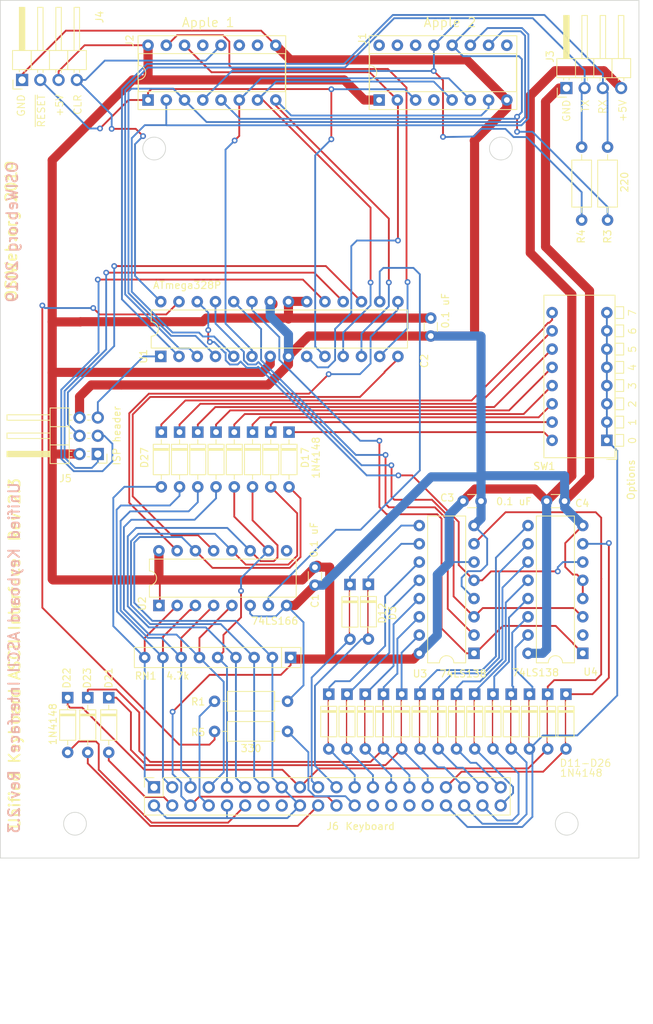
<source format=kicad_pcb>
(kicad_pcb (version 20171130) (host pcbnew "(5.1.5-0-10_14)")
  (title_block (title "Unified Retro Keyboard") (date 2019-12-13) (rev 2.3))
  (layers (0 F.Cu signal) (31 B.Cu signal) (34 B.Paste user) (35 F.Paste user) (36 B.SilkS user) (37 F.SilkS user) (38 B.Mask user) (39 F.Mask user) (44 Edge.Cuts user))
  (net 0 "")
  (net 1 GND)
  (net 2 +5V)
  (net 3 /Row3)
  (net 4 /Row0)
  (net 5 /Row1)
  (net 6 /Row4)
  (net 7 /Row5)
  (net 8 /Row7)
  (net 9 /D7)
  (net 10 /D1)
  (net 11 /D2)
  (net 12 /D3)
  (net 13 /D4)
  (net 14 /D5)
  (net 15 /D6)
  (net 16 /Col0)
  (net 17 /Col1)
  (net 18 /Col2)
  (net 19 /Col3)
  (net 20 /Col4)
  (net 21 /Col5)
  (net 22 /Col6)
  (net 23 /Col7)
  (net 24 /Row6)
  (net 25 /Row2)
  (net 26 /D0)
  (net 27 /CAPS_LED)
  (net 28 "Net-(U1-Pad25)")
  (net 29 "Net-(U1-Pad24)")
  (net 30 "Net-(U1-Pad23)")
  (net 31 /ClrScr)
  (net 32 /~SYS_RESET)
  (net 33 /~STROBE)
  (net 34 "Net-(U1-Pad14)")
  (net 35 "Net-(U1-Pad26)")
  (net 36 "Net-(U1-Pad16)")
  (net 37 "Net-(U1-Pad15)")
  (net 38 /Row10)
  (net 39 /Row9)
  (net 40 /Row8)
  (net 41 /Row15)
  (net 42 /Row14)
  (net 43 /Row13)
  (net 44 /Row12)
  (net 45 /Row11)
  (net 46 /~RESET)
  (net 47 /MOSI)
  (net 48 /SCK)
  (net 49 /MISO)
  (net 50 /Tx)
  (net 51 /Rx)
  (net 52 "Net-(U4-Pad2)")
  (net 53 "Net-(D11-Pad1)")
  (net 54 "Net-(D12-Pad1)")
  (net 55 "Net-(D13-Pad1)")
  (net 56 "Net-(D14-Pad1)")
  (net 57 "Net-(D15-Pad1)")
  (net 58 "Net-(D16-Pad1)")
  (net 59 "Net-(D17-Pad1)")
  (net 60 "Net-(D18-Pad1)")
  (net 61 "Net-(D19-Pad1)")
  (net 62 "Net-(D20-Pad1)")
  (net 63 "Net-(D24-Pad1)")
  (net 64 "Net-(D25-Pad1)")
  (net 65 "Net-(D26-Pad1)")
  (net 66 "Net-(D3-Pad1)")
  (net 67 "Net-(D4-Pad1)")
  (net 68 "Net-(D5-Pad1)")
  (net 69 "Net-(D6-Pad1)")
  (net 70 "Net-(D7-Pad1)")
  (net 71 "Net-(D8-Pad1)")
  (net 72 "Net-(D9-Pad1)")
  (net 73 "Net-(D10-Pad1)")
  (net 74 "Net-(D1-Pad1)")
  (net 75 "Net-(D2-Pad1)")
  (net 76 "Net-(D21-Pad2)")
  (net 77 "Net-(D22-Pad2)")
  (net 78 "Net-(D23-Pad2)")
  (net 79 "Net-(D27-Pad1)")
  (net 80 "Net-(J1-Pad9)")
  (net 81 "Net-(J1-Pad4)")
  (net 82 "Net-(J1-Pad14)")
  (net 83 "Net-(J1-Pad15)")
  (net 84 "Net-(J1-Pad16)")
  (net 85 "Net-(J2-Pad10)")
  (net 86 "Net-(J2-Pad11)")
  (net 87 "Net-(J2-Pad13)")
  (net 88 "Net-(J6-Pad32)")
  (net 89 "Net-(J6-Pad30)")
  (net 90 "Net-(J6-Pad28)")
  (net 91 "Net-(J6-Pad26)")
  (net 92 "Net-(J6-Pad24)")
  (net 93 "Net-(J6-Pad16)")
  (net 94 "Net-(J6-Pad14)")
  (net 95 "Net-(U2-Pad9)")
  (net 96 "Net-(J6-Pad8)")
  (module Resistor_THT:R_Axial_DIN0207_L6.3mm_D2.5mm_P10.16mm_Horizontal (layer F.Cu) (at 203.812 161.063 180)
    (fp_text reference R1 (at 12.446 -0.0635) (layer F.SilkS))
    (fp_text value 330)
    (pad 2 thru_hole oval (at 10.16 0 180) (size 1.6 1.6) (drill 0.8) (layers *.Cu *.Mask) (net 96 "Net-(J6-Pad8)"))
    (pad 1 thru_hole circle (at 0 0 180) (size 1.6 1.6) (drill 0.8) (layers *.Cu *.Mask) (net 1 GND))
  )
  (module unikbd:D_DO-35_SOD27_P7.62mm_Horizontal_bypassed (layer F.Cu) (at 222.25 160.0724 270)
    (fp_text reference D16 hide)
    (fp_text value 1N4148 hide)
    (fp_poly (pts (xy 7.239 0.127) (xy 0.381 0.127) (xy 0.381 0) (xy 7.239 0)) (layer F.Cu) (width 0.0508))
    (pad 1 thru_hole rect (at 0 0 270) (size 1.6 1.6) (drill 0.8) (layers *.Cu *.Mask) (net 58 "Net-(D16-Pad1)"))
    (pad 2 thru_hole oval (at 7.62 0 270) (size 1.6 1.6) (drill 0.8) (layers *.Cu *.Mask) (net 42 /Row14))
  )
  (module unikbd:D_DO-35_SOD27_P7.62mm_Horizontal_bypassed (layer F.Cu) (at 227.33 160.0724 270)
    (fp_text reference D15 hide)
    (fp_text value 1N4148)
    (fp_poly (pts (xy 7.239 0.127) (xy 0.381 0.127) (xy 0.381 0) (xy 7.239 0)) (layer F.Cu) (width 0.0508))
    (pad 1 thru_hole rect (at 0 0 270) (size 1.6 1.6) (drill 0.8) (layers *.Cu *.Mask) (net 57 "Net-(D15-Pad1)"))
    (pad 2 thru_hole oval (at 7.62 0 270) (size 1.6 1.6) (drill 0.8) (layers *.Cu *.Mask) (net 44 /Row12))
  )
  (module unikbd:D_DO-35_SOD27_P7.62mm_Horizontal_bypassed (layer F.Cu) (at 232.41 160.0724 270)
    (fp_text reference D14 hide)
    (fp_text value 1N4148)
    (fp_poly (pts (xy 7.239 0.127) (xy 0.381 0.127) (xy 0.381 0) (xy 7.239 0)) (layer F.Cu) (width 0.0508))
    (pad 1 thru_hole rect (at 0 0 270) (size 1.6 1.6) (drill 0.8) (layers *.Cu *.Mask) (net 56 "Net-(D14-Pad1)"))
    (pad 2 thru_hole oval (at 7.62 0 270) (size 1.6 1.6) (drill 0.8) (layers *.Cu *.Mask) (net 38 /Row10))
  )
  (module unikbd:D_DO-35_SOD27_P7.62mm_Horizontal_bypassed (layer F.Cu) (at 237.49 160.0724 270)
    (fp_text reference D13 hide)
    (fp_text value 1N4148)
    (fp_poly (pts (xy 7.239 0.127) (xy 0.381 0.127) (xy 0.381 0) (xy 7.239 0)) (layer F.Cu) (width 0.0508))
    (pad 1 thru_hole rect (at 0 0 270) (size 1.6 1.6) (drill 0.8) (layers *.Cu *.Mask) (net 55 "Net-(D13-Pad1)"))
    (pad 2 thru_hole oval (at 7.62 0 270) (size 1.6 1.6) (drill 0.8) (layers *.Cu *.Mask) (net 40 /Row8))
  )
  (module unikbd:D_DO-35_SOD27_P7.62mm_Horizontal_bypassed (layer F.Cu) (at 242.57 160.0724 270)
    (fp_text reference D8 hide)
    (fp_text value 1N4148 hide)
    (fp_poly (pts (xy 7.239 0.127) (xy 0.381 0.127) (xy 0.381 0) (xy 7.239 0)) (layer F.Cu) (width 0.0508))
    (pad 1 thru_hole rect (at 0 0 270) (size 1.6 1.6) (drill 0.8) (layers *.Cu *.Mask) (net 71 "Net-(D8-Pad1)"))
    (pad 2 thru_hole oval (at 7.62 0 270) (size 1.6 1.6) (drill 0.8) (layers *.Cu *.Mask) (net 41 /Row15))
  )
  (module unikbd:D_DO-35_SOD27_P7.62mm_Horizontal_bypassed (layer F.Cu) (at 224.79 160.0724 270)
    (fp_text reference D7 hide)
    (fp_text value 1N4148)
    (fp_poly (pts (xy 7.239 0.127) (xy 0.381 0.127) (xy 0.381 0) (xy 7.239 0)) (layer F.Cu) (width 0.0508))
    (pad 1 thru_hole rect (at 0 0 270) (size 1.6 1.6) (drill 0.8) (layers *.Cu *.Mask) (net 70 "Net-(D7-Pad1)"))
    (pad 2 thru_hole oval (at 7.62 0 270) (size 1.6 1.6) (drill 0.8) (layers *.Cu *.Mask) (net 43 /Row13))
  )
  (module unikbd:D_DO-35_SOD27_P7.62mm_Horizontal_bypassed (layer F.Cu) (at 229.87 160.0724 270)
    (fp_text reference D6 hide)
    (fp_text value 1N4148)
    (fp_poly (pts (xy 7.239 0.127) (xy 0.381 0.127) (xy 0.381 0) (xy 7.239 0)) (layer F.Cu) (width 0.0508))
    (pad 1 thru_hole rect (at 0 0 270) (size 1.6 1.6) (drill 0.8) (layers *.Cu *.Mask) (net 69 "Net-(D6-Pad1)"))
    (pad 2 thru_hole oval (at 7.62 0 270) (size 1.6 1.6) (drill 0.8) (layers *.Cu *.Mask) (net 45 /Row11))
  )
  (module unikbd:D_DO-35_SOD27_P7.62mm_Horizontal_bypassed (layer F.Cu) (at 234.95 160.0724 270)
    (fp_text reference D5 hide)
    (fp_text value 1N4148)
    (fp_poly (pts (xy 7.239 0.127) (xy 0.381 0.127) (xy 0.381 0) (xy 7.239 0)) (layer F.Cu) (width 0.0508))
    (pad 1 thru_hole rect (at 0 0 270) (size 1.6 1.6) (drill 0.8) (layers *.Cu *.Mask) (net 68 "Net-(D5-Pad1)"))
    (pad 2 thru_hole oval (at 7.62 0 270) (size 1.6 1.6) (drill 0.8) (layers *.Cu *.Mask) (net 39 /Row9))
  )
  (module unikbd:D_DO-35_SOD27_P7.62mm_Horizontal_bypassed (layer F.Cu) (at 212.4988 144.807 270)
    (fp_text reference D12 (at 3.9878 -4.4958 90) (layer F.SilkS))
    (fp_text value 1N4148)
    (fp_poly (pts (xy 7.239 0.127) (xy 0.381 0.127) (xy 0.381 0) (xy 7.239 0)) (layer F.Cu) (width 0.0508))
    (pad 1 thru_hole rect (at 0 0 270) (size 1.6 1.6) (drill 0.8) (layers *.Cu *.Mask) (net 54 "Net-(D12-Pad1)"))
    (pad 2 thru_hole oval (at 7.62 0 270) (size 1.6 1.6) (drill 0.8) (layers *.Cu *.Mask) (net 24 /Row6))
  )
  (module unikbd:D_DO-35_SOD27_P7.62mm_Horizontal_bypassed (layer F.Cu) (at 209.55 160.0724 270)
    (fp_text reference D11 hide)
    (fp_text value 1N4148)
    (fp_poly (pts (xy 7.239 0.127) (xy 0.381 0.127) (xy 0.381 0) (xy 7.239 0)) (layer F.Cu) (width 0.0508))
    (pad 1 thru_hole rect (at 0 0 270) (size 1.6 1.6) (drill 0.8) (layers *.Cu *.Mask) (net 53 "Net-(D11-Pad1)"))
    (pad 2 thru_hole oval (at 7.62 0 270) (size 1.6 1.6) (drill 0.8) (layers *.Cu *.Mask) (net 6 /Row4))
  )
  (module unikbd:D_DO-35_SOD27_P7.62mm_Horizontal_bypassed (layer F.Cu) (at 214.63 160.0724 270)
    (fp_text reference D10 hide)
    (fp_text value 1N4148)
    (fp_poly (pts (xy 7.239 0.127) (xy 0.381 0.127) (xy 0.381 0) (xy 7.239 0)) (layer F.Cu) (width 0.0508))
    (pad 1 thru_hole rect (at 0 0 270) (size 1.6 1.6) (drill 0.8) (layers *.Cu *.Mask) (net 73 "Net-(D10-Pad1)"))
    (pad 2 thru_hole oval (at 7.62 0 270) (size 1.6 1.6) (drill 0.8) (layers *.Cu *.Mask) (net 25 /Row2))
  )
  (module unikbd:D_DO-35_SOD27_P7.62mm_Horizontal_bypassed (layer F.Cu) (at 219.71 160.0724 270)
    (fp_text reference D9 hide)
    (fp_text value 1N4148)
    (fp_poly (pts (xy 7.239 0.127) (xy 0.381 0.127) (xy 0.381 0) (xy 7.239 0)) (layer F.Cu) (width 0.0508))
    (pad 1 thru_hole rect (at 0 0 270) (size 1.6 1.6) (drill 0.8) (layers *.Cu *.Mask) (net 72 "Net-(D9-Pad1)"))
    (pad 2 thru_hole oval (at 7.62 0 270) (size 1.6 1.6) (drill 0.8) (layers *.Cu *.Mask) (net 4 /Row0))
  )
  (module unikbd:D_DO-35_SOD27_P7.62mm_Horizontal_bypassed (layer F.Cu) (at 240.03 160.0724 270)
    (fp_text reference D4 hide)
    (fp_text value 1N4148)
    (fp_poly (pts (xy 7.239 0.127) (xy 0.381 0.127) (xy 0.381 0) (xy 7.239 0)) (layer F.Cu) (width 0.0508))
    (pad 1 thru_hole rect (at 0 0 270) (size 1.6 1.6) (drill 0.8) (layers *.Cu *.Mask) (net 67 "Net-(D4-Pad1)"))
    (pad 2 thru_hole oval (at 7.62 0 270) (size 1.6 1.6) (drill 0.8) (layers *.Cu *.Mask) (net 8 /Row7))
  )
  (module unikbd:D_DO-35_SOD27_P7.62mm_Horizontal_bypassed (layer F.Cu) (at 215.0642 144.7816 270)
    (fp_text reference D3 (at 4.0132 -3.3528 90) (layer F.SilkS))
    (fp_text value 1N4148)
    (fp_poly (pts (xy 7.239 0.127) (xy 0.381 0.127) (xy 0.381 0) (xy 7.239 0)) (layer F.Cu) (width 0.0508))
    (pad 1 thru_hole rect (at 0 0 270) (size 1.6 1.6) (drill 0.8) (layers *.Cu *.Mask) (net 66 "Net-(D3-Pad1)"))
    (pad 2 thru_hole oval (at 7.62 0 270) (size 1.6 1.6) (drill 0.8) (layers *.Cu *.Mask) (net 7 /Row5))
  )
  (module unikbd:D_DO-35_SOD27_P7.62mm_Horizontal_bypassed (layer F.Cu) (at 212.09 160.0724 270)
    (fp_text reference D2 hide)
    (fp_text value 1N4148)
    (fp_poly (pts (xy 7.239 0.127) (xy 0.381 0.127) (xy 0.381 0) (xy 7.239 0)) (layer F.Cu) (width 0.0508))
    (pad 1 thru_hole rect (at 0 0 270) (size 1.6 1.6) (drill 0.8) (layers *.Cu *.Mask) (net 75 "Net-(D2-Pad1)"))
    (pad 2 thru_hole oval (at 7.62 0 270) (size 1.6 1.6) (drill 0.8) (layers *.Cu *.Mask) (net 3 /Row3))
  )
  (module unikbd:D_DO-35_SOD27_P7.62mm_Horizontal_bypassed (layer F.Cu) (at 217.17 160.0724 270)
    (fp_text reference D1 hide)
    (fp_text value 1N4148)
    (fp_poly (pts (xy 7.239 0.127) (xy 0.381 0.127) (xy 0.381 0) (xy 7.239 0)) (layer F.Cu) (width 0.0508))
    (pad 1 thru_hole rect (at 0 0 270) (size 1.6 1.6) (drill 0.8) (layers *.Cu *.Mask) (net 74 "Net-(D1-Pad1)"))
    (pad 2 thru_hole oval (at 7.62 0 270) (size 1.6 1.6) (drill 0.8) (layers *.Cu *.Mask) (net 5 /Row1))
  )
  (module Resistor_THT:R_Axial_DIN0207_L6.3mm_D2.5mm_P10.16mm_Horizontal (layer F.Cu) (at 193.652 165.254)
    (fp_text reference R5 (at -2.286 0.127) (layer F.SilkS))
    (fp_text value 330 (at 5.08 2.37) (layer F.SilkS))
    (pad 2 thru_hole oval (at 10.16 0) (size 1.6 1.6) (drill 0.8) (layers *.Cu *.Mask) (net 92 "Net-(J6-Pad24)"))
    (pad 1 thru_hole circle (at 0 0) (size 1.6 1.6) (drill 0.8) (layers *.Cu *.Mask) (net 27 /CAPS_LED))
  )
  (module Diode_THT:D_DO-35_SOD27_P7.62mm_Horizontal (layer F.Cu) (at 175.999 160.555 270)
    (fp_text reference D23 (at -2.7305 0.0762 90) (layer F.SilkS))
    (fp_text value 1N4148)
    (pad 2 thru_hole oval (at 7.62 0 270) (size 1.6 1.6) (drill 0.8) (layers *.Cu *.Mask) (net 78 "Net-(D23-Pad2)"))
    (pad 1 thru_hole rect (at 0 0 270) (size 1.6 1.6) (drill 0.8) (layers *.Cu *.Mask) (net 5 /Row1))
  )
  (module unikbd:PinHeader_2x20_P2.54mm_Vertical (layer F.Cu) (at 185.397 175.5918 90)
    (fp_text reference J6 (at -2.8702 24.7015 180) (layer F.SilkS))
    (fp_text value Keyboard (at -2.8702 29.9085 180) (layer F.SilkS))
    (pad 40 thru_hole oval (at 0.0254 48.0822 90) (size 1.7 1.7) (drill 1) (layers *.Cu *.Mask) (net 45 /Row11))
    (pad 39 thru_hole oval (at 2.5654 48.0822 90) (size 1.7 1.7) (drill 1) (layers *.Cu *.Mask) (net 44 /Row12))
    (pad 38 thru_hole oval (at 0.0254 45.5422 90) (size 1.7 1.7) (drill 1) (layers *.Cu *.Mask) (net 38 /Row10))
    (pad 37 thru_hole oval (at 2.5654 45.5422 90) (size 1.7 1.7) (drill 1) (layers *.Cu *.Mask) (net 43 /Row13))
    (pad 36 thru_hole oval (at 0.0254 43.0022 90) (size 1.7 1.7) (drill 1) (layers *.Cu *.Mask) (net 39 /Row9))
    (pad 35 thru_hole oval (at 2.5654 43.0022 90) (size 1.7 1.7) (drill 1) (layers *.Cu *.Mask) (net 42 /Row14))
    (pad 34 thru_hole oval (at 0.0254 40.4622 90) (size 1.7 1.7) (drill 1) (layers *.Cu *.Mask) (net 40 /Row8))
    (pad 33 thru_hole oval (at 2.5654 40.4622 90) (size 1.7 1.7) (drill 1) (layers *.Cu *.Mask) (net 41 /Row15))
    (pad 32 thru_hole oval (at 0.0254 37.9222 90) (size 1.7 1.7) (drill 1) (layers *.Cu *.Mask) (net 88 "Net-(J6-Pad32)"))
    (pad 31 thru_hole oval (at 2.5654 37.9222 90) (size 1.7 1.7) (drill 1) (layers *.Cu *.Mask) (net 4 /Row0))
    (pad 30 thru_hole oval (at 0.0254 35.3822 90) (size 1.7 1.7) (drill 1) (layers *.Cu *.Mask) (net 89 "Net-(J6-Pad30)"))
    (pad 29 thru_hole oval (at 2.5654 35.3822 90) (size 1.7 1.7) (drill 1) (layers *.Cu *.Mask) (net 5 /Row1))
    (pad 28 thru_hole oval (at 0.0254 32.8422 90) (size 1.7 1.7) (drill 1) (layers *.Cu *.Mask) (net 90 "Net-(J6-Pad28)"))
    (pad 27 thru_hole oval (at 2.5654 32.8422 90) (size 1.7 1.7) (drill 1) (layers *.Cu *.Mask) (net 25 /Row2))
    (pad 26 thru_hole oval (at 0.0254 30.3022 90) (size 1.7 1.7) (drill 1) (layers *.Cu *.Mask) (net 91 "Net-(J6-Pad26)"))
    (pad 25 thru_hole oval (at 2.5654 30.3022 90) (size 1.7 1.7) (drill 1) (layers *.Cu *.Mask) (net 3 /Row3))
    (pad 24 thru_hole oval (at 0.0254 27.7622 90) (size 1.7 1.7) (drill 1) (layers *.Cu *.Mask) (net 92 "Net-(J6-Pad24)"))
    (pad 23 thru_hole oval (at 2.5654 27.7622 90) (size 1.7 1.7) (drill 1) (layers *.Cu *.Mask) (net 6 /Row4))
    (pad 22 thru_hole oval (at 0.0254 25.2222 90) (size 1.7 1.7) (drill 1) (layers *.Cu *.Mask) (net 2 +5V))
    (pad 21 thru_hole oval (at 2.5654 25.2222 90) (size 1.7 1.7) (drill 1) (layers *.Cu *.Mask) (net 7 /Row5))
    (pad 20 thru_hole oval (at 0.0254 22.6822 90) (size 1.7 1.7) (drill 1) (layers *.Cu *.Mask) (net 78 "Net-(D23-Pad2)"))
    (pad 19 thru_hole oval (at 2.5654 22.6822 90) (size 1.7 1.7) (drill 1) (layers *.Cu *.Mask) (net 24 /Row6))
    (pad 18 thru_hole oval (at 0.0254 20.1422 90) (size 1.7 1.7) (drill 1) (layers *.Cu *.Mask) (net 16 /Col0))
    (pad 17 thru_hole oval (at 2.5654 20.1422 90) (size 1.7 1.7) (drill 1) (layers *.Cu *.Mask) (net 8 /Row7))
    (pad 16 thru_hole oval (at 0.0254 17.6022 90) (size 1.7 1.7) (drill 1) (layers *.Cu *.Mask) (net 93 "Net-(J6-Pad16)"))
    (pad 15 thru_hole oval (at 2.5654 17.6022 90) (size 1.7 1.7) (drill 1) (layers *.Cu *.Mask) (net 16 /Col0))
    (pad 14 thru_hole oval (at 0.0254 15.0622 90) (size 1.7 1.7) (drill 1) (layers *.Cu *.Mask) (net 94 "Net-(J6-Pad14)"))
    (pad 13 thru_hole oval (at 2.5654 15.0622 90) (size 1.7 1.7) (drill 1) (layers *.Cu *.Mask) (net 17 /Col1))
    (pad 12 thru_hole oval (at 0.0254 12.5222 90) (size 1.7 1.7) (drill 1) (layers *.Cu *.Mask) (net 77 "Net-(D22-Pad2)"))
    (pad 11 thru_hole oval (at 2.5654 12.5222 90) (size 1.7 1.7) (drill 1) (layers *.Cu *.Mask) (net 18 /Col2))
    (pad 10 thru_hole oval (at 0.0254 9.9822 90) (size 1.7 1.7) (drill 1) (layers *.Cu *.Mask) (net 16 /Col0))
    (pad 9 thru_hole oval (at 2.5654 9.9822 90) (size 1.7 1.7) (drill 1) (layers *.Cu *.Mask) (net 19 /Col3))
    (pad 8 thru_hole oval (at 0.0254 7.4422 90) (size 1.7 1.7) (drill 1) (layers *.Cu *.Mask) (net 96 "Net-(J6-Pad8)"))
    (pad 7 thru_hole oval (at 2.5654 7.4422 90) (size 1.7 1.7) (drill 1) (layers *.Cu *.Mask) (net 20 /Col4))
    (pad 6 thru_hole oval (at 0.0254 4.9022 90) (size 1.7 1.7) (drill 1) (layers *.Cu *.Mask) (net 2 +5V))
    (pad 5 thru_hole oval (at 2.5654 4.9022 90) (size 1.7 1.7) (drill 1) (layers *.Cu *.Mask) (net 21 /Col5))
    (pad 4 thru_hole oval (at 0.0254 2.3622 90) (size 1.7 1.7) (drill 1) (layers *.Cu *.Mask) (net 76 "Net-(D21-Pad2)"))
    (pad 3 thru_hole oval (at 2.5654 2.3622 90) (size 1.7 1.7) (drill 1) (layers *.Cu *.Mask) (net 22 /Col6))
    (pad 2 thru_hole oval (at 0.0254 -0.1778 90) (size 1.7 1.7) (drill 1) (layers *.Cu *.Mask) (net 16 /Col0))
    (pad 1 thru_hole rect (at 2.5654 -0.1778 90) (size 1.7 1.7) (drill 1) (layers *.Cu *.Mask) (net 23 /Col7))
  )
  (module Connector_PinHeader_2.54mm:PinHeader_1x04_P2.54mm_Horizontal (layer F.Cu) (at 242.62828 75.70376 90)
    (fp_text reference J3 (at 4.385 -2.27 90) (layer F.SilkS))
    (fp_text value UART)
    (pad 4 thru_hole oval (at 0 7.62 90) (size 1.7 1.7) (drill 1) (layers *.Cu *.Mask) (net 2 +5V))
    (pad 3 thru_hole oval (at 0 5.08 90) (size 1.7 1.7) (drill 1) (layers *.Cu *.Mask) (net 51 /Rx))
    (pad 2 thru_hole oval (at 0 2.54 90) (size 1.7 1.7) (drill 1) (layers *.Cu *.Mask) (net 50 /Tx))
    (pad 1 thru_hole rect (at 0 0 90) (size 1.7 1.7) (drill 1) (layers *.Cu *.Mask) (net 1 GND))
  )
  (module Button_Switch_THT:SW_DIP_SPSTx08_Piano_CTS_Series194-8MSTN_W7.62mm_P2.54mm (layer F.Cu) (at 248.262 124.741 180)
    (fp_text reference SW1 (at 8.7122 -3.6068) (layer F.SilkS))
    (fp_text value Options (at -3.3782 -5.4864 90) (layer F.SilkS))
    (pad 1 thru_hole rect (at 0 0 180) (size 1.6 1.6) (drill 0.8) (layers *.Cu *.Mask) (net 40 /Row8))
    (pad 9 thru_hole oval (at 7.62 17.78 180) (size 1.6 1.6) (drill 0.8) (layers *.Cu *.Mask) (net 79 "Net-(D27-Pad1)"))
    (pad 2 thru_hole oval (at 0 2.54 180) (size 1.6 1.6) (drill 0.8) (layers *.Cu *.Mask) (net 40 /Row8))
    (pad 10 thru_hole oval (at 7.62 15.24 180) (size 1.6 1.6) (drill 0.8) (layers *.Cu *.Mask) (net 62 "Net-(D20-Pad1)"))
    (pad 3 thru_hole oval (at 0 5.08 180) (size 1.6 1.6) (drill 0.8) (layers *.Cu *.Mask) (net 40 /Row8))
    (pad 11 thru_hole oval (at 7.62 12.7 180) (size 1.6 1.6) (drill 0.8) (layers *.Cu *.Mask) (net 65 "Net-(D26-Pad1)"))
    (pad 4 thru_hole oval (at 0 7.62 180) (size 1.6 1.6) (drill 0.8) (layers *.Cu *.Mask) (net 40 /Row8))
    (pad 12 thru_hole oval (at 7.62 10.16 180) (size 1.6 1.6) (drill 0.8) (layers *.Cu *.Mask) (net 61 "Net-(D19-Pad1)"))
    (pad 5 thru_hole oval (at 0 10.16 180) (size 1.6 1.6) (drill 0.8) (layers *.Cu *.Mask) (net 40 /Row8))
    (pad 13 thru_hole oval (at 7.62 7.62 180) (size 1.6 1.6) (drill 0.8) (layers *.Cu *.Mask) (net 64 "Net-(D25-Pad1)"))
    (pad 6 thru_hole oval (at 0 12.7 180) (size 1.6 1.6) (drill 0.8) (layers *.Cu *.Mask) (net 40 /Row8))
    (pad 14 thru_hole oval (at 7.62 5.08 180) (size 1.6 1.6) (drill 0.8) (layers *.Cu *.Mask) (net 60 "Net-(D18-Pad1)"))
    (pad 7 thru_hole oval (at 0 15.24 180) (size 1.6 1.6) (drill 0.8) (layers *.Cu *.Mask) (net 40 /Row8))
    (pad 15 thru_hole oval (at 7.62 2.54 180) (size 1.6 1.6) (drill 0.8) (layers *.Cu *.Mask) (net 63 "Net-(D24-Pad1)"))
    (pad 8 thru_hole oval (at 0 17.78 180) (size 1.6 1.6) (drill 0.8) (layers *.Cu *.Mask) (net 40 /Row8))
    (pad 16 thru_hole oval (at 7.62 0 180) (size 1.6 1.6) (drill 0.8) (layers *.Cu *.Mask) (net 59 "Net-(D17-Pad1)"))
  )
  (module Diode_THT:D_DO-35_SOD27_P7.62mm_Horizontal (layer F.Cu) (at 186.2352 123.598 270)
    (fp_text reference D27 (at 3.556 2.3368 90) (layer F.SilkS))
    (fp_text value 1N4148 hide)
    (pad 2 thru_hole oval (at 7.62 0 270) (size 1.6 1.6) (drill 0.8) (layers *.Cu *.Mask) (net 23 /Col7))
    (pad 1 thru_hole rect (at 0 0 270) (size 1.6 1.6) (drill 0.8) (layers *.Cu *.Mask) (net 79 "Net-(D27-Pad1)"))
  )
  (module Diode_THT:D_DO-35_SOD27_P7.62mm_Horizontal (layer F.Cu) (at 191.3152 123.598 270)
    (fp_text reference D26)
    (fp_text value 1N4148 hide)
    (pad 2 thru_hole oval (at 7.62 0 270) (size 1.6 1.6) (drill 0.8) (layers *.Cu *.Mask) (net 21 /Col5))
    (pad 1 thru_hole rect (at 0 0 270) (size 1.6 1.6) (drill 0.8) (layers *.Cu *.Mask) (net 65 "Net-(D26-Pad1)"))
  )
  (module Diode_THT:D_DO-35_SOD27_P7.62mm_Horizontal (layer F.Cu) (at 196.3952 123.598 270)
    (fp_text reference D25 hide)
    (fp_text value 1N4148 hide)
    (pad 2 thru_hole oval (at 7.62 0 270) (size 1.6 1.6) (drill 0.8) (layers *.Cu *.Mask) (net 19 /Col3))
    (pad 1 thru_hole rect (at 0 0 270) (size 1.6 1.6) (drill 0.8) (layers *.Cu *.Mask) (net 64 "Net-(D25-Pad1)"))
  )
  (module Diode_THT:D_DO-35_SOD27_P7.62mm_Horizontal (layer F.Cu) (at 201.4752 123.598 270)
    (fp_text reference D24 hide)
    (fp_text value 1N4148 hide)
    (pad 2 thru_hole oval (at 7.62 0 270) (size 1.6 1.6) (drill 0.8) (layers *.Cu *.Mask) (net 17 /Col1))
    (pad 1 thru_hole rect (at 0 0 270) (size 1.6 1.6) (drill 0.8) (layers *.Cu *.Mask) (net 63 "Net-(D24-Pad1)"))
  )
  (module Diode_THT:D_DO-35_SOD27_P7.62mm_Horizontal (layer F.Cu) (at 188.7752 123.598 270)
    (fp_text reference D20 hide)
    (fp_text value 1N4148 hide)
    (pad 2 thru_hole oval (at 7.62 0 270) (size 1.6 1.6) (drill 0.8) (layers *.Cu *.Mask) (net 22 /Col6))
    (pad 1 thru_hole rect (at 0 0 270) (size 1.6 1.6) (drill 0.8) (layers *.Cu *.Mask) (net 62 "Net-(D20-Pad1)"))
  )
  (module Diode_THT:D_DO-35_SOD27_P7.62mm_Horizontal (layer F.Cu) (at 193.8552 123.598 270)
    (fp_text reference D19 hide)
    (fp_text value 1N4148 hide)
    (pad 2 thru_hole oval (at 7.62 0 270) (size 1.6 1.6) (drill 0.8) (layers *.Cu *.Mask) (net 20 /Col4))
    (pad 1 thru_hole rect (at 0 0 270) (size 1.6 1.6) (drill 0.8) (layers *.Cu *.Mask) (net 61 "Net-(D19-Pad1)"))
  )
  (module Diode_THT:D_DO-35_SOD27_P7.62mm_Horizontal (layer F.Cu) (at 198.9352 123.598 270)
    (fp_text reference D18 hide)
    (fp_text value 1N4148 hide)
    (pad 2 thru_hole oval (at 7.62 0 270) (size 1.6 1.6) (drill 0.8) (layers *.Cu *.Mask) (net 18 /Col2))
    (pad 1 thru_hole rect (at 0 0 270) (size 1.6 1.6) (drill 0.8) (layers *.Cu *.Mask) (net 60 "Net-(D18-Pad1)"))
  )
  (module Diode_THT:D_DO-35_SOD27_P7.62mm_Horizontal (layer F.Cu) (at 204.0152 123.598 270)
    (fp_text reference D17 (at 3.556001 -2.2352 90) (layer F.SilkS))
    (fp_text value 1N4148 (at 3.556 -3.7592 90) (layer F.SilkS))
    (pad 2 thru_hole oval (at 7.62 0 270) (size 1.6 1.6) (drill 0.8) (layers *.Cu *.Mask) (net 16 /Col0))
    (pad 1 thru_hole rect (at 0 0 270) (size 1.6 1.6) (drill 0.8) (layers *.Cu *.Mask) (net 59 "Net-(D17-Pad1)"))
  )
  (module Connector_PinHeader_2.54mm:PinHeader_2x03_P2.54mm_Horizontal (layer F.Cu) (at 177.396 126.646 180)
    (fp_text reference J5 (at 4.4958 -3.4036) (layer F.SilkS))
    (fp_text value "ISP header" (at -2.6416 2.54 90) (layer F.SilkS))
    (pad 6 thru_hole oval (at 2.54 5.08 180) (size 1.7 1.7) (drill 1) (layers *.Cu *.Mask) (net 1 GND))
    (pad 5 thru_hole oval (at 0 5.08 180) (size 1.7 1.7) (drill 1) (layers *.Cu *.Mask) (net 46 /~RESET))
    (pad 4 thru_hole oval (at 2.54 2.54 180) (size 1.7 1.7) (drill 1) (layers *.Cu *.Mask) (net 47 /MOSI))
    (pad 3 thru_hole oval (at 0 2.54 180) (size 1.7 1.7) (drill 1) (layers *.Cu *.Mask) (net 48 /SCK))
    (pad 2 thru_hole oval (at 2.54 0 180) (size 1.7 1.7) (drill 1) (layers *.Cu *.Mask) (net 2 +5V))
    (pad 1 thru_hole rect (at 0 0 180) (size 1.7 1.7) (drill 1) (layers *.Cu *.Mask) (net 49 /MISO))
  )
  (module Capacitor_THT:C_Disc_D3.0mm_W1.6mm_P2.50mm (layer F.Cu) (at 228.2468 133.1992)
    (fp_text reference C3 (at -2.2098 -0.4572) (layer F.SilkS))
    (fp_text value "0.1 uF" (at 7.0612 0.0508) (layer F.SilkS))
    (pad 2 thru_hole circle (at 2.5 0) (size 1.6 1.6) (drill 0.8) (layers *.Cu *.Mask) (net 1 GND))
    (pad 1 thru_hole circle (at 0 0) (size 1.6 1.6) (drill 0.8) (layers *.Cu *.Mask) (net 2 +5V))
  )
  (module Capacitor_THT:C_Disc_D3.0mm_W1.6mm_P2.50mm (layer F.Cu) (at 239.88 133.1992)
    (fp_text reference C4 (at 4.953 0.3048) (layer F.SilkS))
    (fp_text value "0.1 uF" hide)
    (pad 2 thru_hole circle (at 2.5 0) (size 1.6 1.6) (drill 0.8) (layers *.Cu *.Mask) (net 1 GND))
    (pad 1 thru_hole circle (at 0 0) (size 1.6 1.6) (drill 0.8) (layers *.Cu *.Mask) (net 2 +5V))
  )
  (module Capacitor_THT:C_Disc_D3.0mm_W1.6mm_P2.50mm (layer F.Cu) (at 223.751 107.723 270)
    (fp_text reference C2 (at 5.969 0.889 90) (layer F.SilkS))
    (fp_text value "0.1 uF" (at -1.016 -2.032 90) (layer F.SilkS))
    (pad 2 thru_hole circle (at 2.5 0 270) (size 1.6 1.6) (drill 0.8) (layers *.Cu *.Mask) (net 1 GND))
    (pad 1 thru_hole circle (at 0 0 270) (size 1.6 1.6) (drill 0.8) (layers *.Cu *.Mask) (net 2 +5V))
  )
  (module Capacitor_THT:C_Disc_D3.0mm_W1.6mm_P2.50mm (layer F.Cu) (at 207.622 142.394 270)
    (fp_text reference C1 (at 4.699 0 90) (layer F.SilkS))
    (fp_text value "0.1 uF" (at -3.81 0.127 90) (layer F.SilkS))
    (pad 2 thru_hole circle (at 2.5 0 270) (size 1.6 1.6) (drill 0.8) (layers *.Cu *.Mask) (net 1 GND))
    (pad 1 thru_hole circle (at 0 0 270) (size 1.6 1.6) (drill 0.8) (layers *.Cu *.Mask) (net 2 +5V))
  )
  (module Package_DIP:DIP-16_W7.62mm (layer F.Cu) (at 244.9092 154.3828 180)
    (fp_text reference U4 (at -1.0922 -2.5908) (layer F.SilkS))
    (fp_text value 74LS138 (at 6.5786 -2.6924) (layer F.SilkS))
    (pad 16 thru_hole oval (at 7.62 0 180) (size 1.6 1.6) (drill 0.8) (layers *.Cu *.Mask) (net 2 +5V))
    (pad 8 thru_hole oval (at 0 17.78 180) (size 1.6 1.6) (drill 0.8) (layers *.Cu *.Mask) (net 1 GND))
    (pad 15 thru_hole oval (at 7.62 2.54 180) (size 1.6 1.6) (drill 0.8) (layers *.Cu *.Mask) (net 55 "Net-(D13-Pad1)"))
    (pad 7 thru_hole oval (at 0 15.24 180) (size 1.6 1.6) (drill 0.8) (layers *.Cu *.Mask) (net 71 "Net-(D8-Pad1)"))
    (pad 14 thru_hole oval (at 7.62 5.08 180) (size 1.6 1.6) (drill 0.8) (layers *.Cu *.Mask) (net 68 "Net-(D5-Pad1)"))
    (pad 6 thru_hole oval (at 0 12.7 180) (size 1.6 1.6) (drill 0.8) (layers *.Cu *.Mask) (net 35 "Net-(U1-Pad26)"))
    (pad 13 thru_hole oval (at 7.62 7.62 180) (size 1.6 1.6) (drill 0.8) (layers *.Cu *.Mask) (net 56 "Net-(D14-Pad1)"))
    (pad 5 thru_hole oval (at 0 10.16 180) (size 1.6 1.6) (drill 0.8) (layers *.Cu *.Mask) (net 1 GND))
    (pad 12 thru_hole oval (at 7.62 10.16 180) (size 1.6 1.6) (drill 0.8) (layers *.Cu *.Mask) (net 69 "Net-(D6-Pad1)"))
    (pad 4 thru_hole oval (at 0 7.62 180) (size 1.6 1.6) (drill 0.8) (layers *.Cu *.Mask) (net 1 GND))
    (pad 11 thru_hole oval (at 7.62 12.7 180) (size 1.6 1.6) (drill 0.8) (layers *.Cu *.Mask) (net 57 "Net-(D15-Pad1)"))
    (pad 3 thru_hole oval (at 0 5.08 180) (size 1.6 1.6) (drill 0.8) (layers *.Cu *.Mask) (net 28 "Net-(U1-Pad25)"))
    (pad 10 thru_hole oval (at 7.62 15.24 180) (size 1.6 1.6) (drill 0.8) (layers *.Cu *.Mask) (net 70 "Net-(D7-Pad1)"))
    (pad 2 thru_hole oval (at 0 2.54 180) (size 1.6 1.6) (drill 0.8) (layers *.Cu *.Mask) (net 52 "Net-(U4-Pad2)"))
    (pad 9 thru_hole oval (at 7.62 17.78 180) (size 1.6 1.6) (drill 0.8) (layers *.Cu *.Mask) (net 58 "Net-(D16-Pad1)"))
    (pad 1 thru_hole rect (at 0 0 180) (size 1.6 1.6) (drill 0.8) (layers *.Cu *.Mask) (net 30 "Net-(U1-Pad23)"))
  )
  (module Package_DIP:DIP-16_W7.62mm (layer F.Cu) (at 229.7708 154.3828 180)
    (fp_text reference U3 (at 7.5184 -2.8448) (layer F.SilkS))
    (fp_text value 74LS138 (at 1.524 -2.8448) (layer F.SilkS))
    (pad 16 thru_hole oval (at 7.62 0 180) (size 1.6 1.6) (drill 0.8) (layers *.Cu *.Mask) (net 2 +5V))
    (pad 8 thru_hole oval (at 0 17.78 180) (size 1.6 1.6) (drill 0.8) (layers *.Cu *.Mask) (net 1 GND))
    (pad 15 thru_hole oval (at 7.62 2.54 180) (size 1.6 1.6) (drill 0.8) (layers *.Cu *.Mask) (net 72 "Net-(D9-Pad1)"))
    (pad 7 thru_hole oval (at 0 15.24 180) (size 1.6 1.6) (drill 0.8) (layers *.Cu *.Mask) (net 67 "Net-(D4-Pad1)"))
    (pad 14 thru_hole oval (at 7.62 5.08 180) (size 1.6 1.6) (drill 0.8) (layers *.Cu *.Mask) (net 74 "Net-(D1-Pad1)"))
    (pad 6 thru_hole oval (at 0 12.7 180) (size 1.6 1.6) (drill 0.8) (layers *.Cu *.Mask) (net 2 +5V))
    (pad 13 thru_hole oval (at 7.62 7.62 180) (size 1.6 1.6) (drill 0.8) (layers *.Cu *.Mask) (net 73 "Net-(D10-Pad1)"))
    (pad 5 thru_hole oval (at 0 10.16 180) (size 1.6 1.6) (drill 0.8) (layers *.Cu *.Mask) (net 35 "Net-(U1-Pad26)"))
    (pad 12 thru_hole oval (at 7.62 10.16 180) (size 1.6 1.6) (drill 0.8) (layers *.Cu *.Mask) (net 75 "Net-(D2-Pad1)"))
    (pad 4 thru_hole oval (at 0 7.62 180) (size 1.6 1.6) (drill 0.8) (layers *.Cu *.Mask) (net 1 GND))
    (pad 11 thru_hole oval (at 7.62 12.7 180) (size 1.6 1.6) (drill 0.8) (layers *.Cu *.Mask) (net 53 "Net-(D11-Pad1)"))
    (pad 3 thru_hole oval (at 0 5.08 180) (size 1.6 1.6) (drill 0.8) (layers *.Cu *.Mask) (net 28 "Net-(U1-Pad25)"))
    (pad 10 thru_hole oval (at 7.62 15.24 180) (size 1.6 1.6) (drill 0.8) (layers *.Cu *.Mask) (net 66 "Net-(D3-Pad1)"))
    (pad 2 thru_hole oval (at 0 2.54 180) (size 1.6 1.6) (drill 0.8) (layers *.Cu *.Mask) (net 29 "Net-(U1-Pad24)"))
    (pad 9 thru_hole oval (at 7.62 17.78 180) (size 1.6 1.6) (drill 0.8) (layers *.Cu *.Mask) (net 54 "Net-(D12-Pad1)"))
    (pad 1 thru_hole rect (at 0 0 180) (size 1.6 1.6) (drill 0.8) (layers *.Cu *.Mask) (net 30 "Net-(U1-Pad23)"))
  )
  (module Resistor_THT:R_Axial_DIN0207_L6.3mm_D2.5mm_P10.16mm_Horizontal (layer F.Cu) (at 244.7568 94.0832 90)
    (fp_text reference R4 (at -2.286 -0.0762 90) (layer F.SilkS))
    (fp_text value R_US hide)
    (pad 2 thru_hole oval (at 10.16 0 90) (size 1.6 1.6) (drill 0.8) (layers *.Cu *.Mask) (net 50 /Tx))
    (pad 1 thru_hole circle (at 0 0 90) (size 1.6 1.6) (drill 0.8) (layers *.Cu *.Mask) (net 10 /D1))
  )
  (module Resistor_THT:R_Axial_DIN0207_L6.3mm_D2.5mm_P10.16mm_Horizontal (layer F.Cu) (at 248.3636 94.0832 90)
    (fp_text reference R3 (at -2.286 0 90) (layer F.SilkS))
    (fp_text value 220 (at 5.2832 2.3622 90) (layer F.SilkS))
    (pad 2 thru_hole oval (at 10.16 0 90) (size 1.6 1.6) (drill 0.8) (layers *.Cu *.Mask) (net 51 /Rx))
    (pad 1 thru_hole circle (at 0 0 90) (size 1.6 1.6) (drill 0.8) (layers *.Cu *.Mask) (net 26 /D0))
  )
  (module Package_DIP:DIP-16_W7.62mm (layer F.Cu) (at 185.905 147.728 90)
    (fp_text reference U2 (at 0.254 -2.33 90) (layer F.SilkS))
    (fp_text value 74LS166 (at -2.159 16.129) (layer F.SilkS))
    (pad 16 thru_hole oval (at 7.62 0 90) (size 1.6 1.6) (drill 0.8) (layers *.Cu *.Mask) (net 2 +5V))
    (pad 8 thru_hole oval (at 0 17.78 90) (size 1.6 1.6) (drill 0.8) (layers *.Cu *.Mask) (net 1 GND))
    (pad 15 thru_hole oval (at 7.62 2.54 90) (size 1.6 1.6) (drill 0.8) (layers *.Cu *.Mask) (net 37 "Net-(U1-Pad15)"))
    (pad 7 thru_hole oval (at 0 15.24 90) (size 1.6 1.6) (drill 0.8) (layers *.Cu *.Mask) (net 36 "Net-(U1-Pad16)"))
    (pad 14 thru_hole oval (at 7.62 5.08 90) (size 1.6 1.6) (drill 0.8) (layers *.Cu *.Mask) (net 16 /Col0))
    (pad 6 thru_hole oval (at 0 12.7 90) (size 1.6 1.6) (drill 0.8) (layers *.Cu *.Mask) (net 1 GND))
    (pad 13 thru_hole oval (at 7.62 7.62 90) (size 1.6 1.6) (drill 0.8) (layers *.Cu *.Mask) (net 34 "Net-(U1-Pad14)"))
    (pad 5 thru_hole oval (at 0 10.16 90) (size 1.6 1.6) (drill 0.8) (layers *.Cu *.Mask) (net 20 /Col4))
    (pad 12 thru_hole oval (at 7.62 10.16 90) (size 1.6 1.6) (drill 0.8) (layers *.Cu *.Mask) (net 17 /Col1))
    (pad 4 thru_hole oval (at 0 7.62 90) (size 1.6 1.6) (drill 0.8) (layers *.Cu *.Mask) (net 21 /Col5))
    (pad 11 thru_hole oval (at 7.62 12.7 90) (size 1.6 1.6) (drill 0.8) (layers *.Cu *.Mask) (net 18 /Col2))
    (pad 3 thru_hole oval (at 0 5.08 90) (size 1.6 1.6) (drill 0.8) (layers *.Cu *.Mask) (net 22 /Col6))
    (pad 10 thru_hole oval (at 7.62 15.24 90) (size 1.6 1.6) (drill 0.8) (layers *.Cu *.Mask) (net 19 /Col3))
    (pad 2 thru_hole oval (at 0 2.54 90) (size 1.6 1.6) (drill 0.8) (layers *.Cu *.Mask) (net 23 /Col7))
    (pad 9 thru_hole oval (at 7.62 17.78 90) (size 1.6 1.6) (drill 0.8) (layers *.Cu *.Mask) (net 95 "Net-(U2-Pad9)"))
    (pad 1 thru_hole rect (at 0 0 90) (size 1.6 1.6) (drill 0.8) (layers *.Cu *.Mask) (net 2 +5V))
  )
  (module Package_DIP:DIP-28_W7.62mm (layer F.Cu) (at 186.159 113.057 90)
    (fp_text reference U1 (at 0 -2.413 90) (layer F.SilkS))
    (fp_text value ATmega328P (at 9.906 3.683 180) (layer F.SilkS))
    (pad 28 thru_hole oval (at 7.62 0 90) (size 1.6 1.6) (drill 0.8) (layers *.Cu *.Mask) (net 31 /ClrScr))
    (pad 14 thru_hole oval (at 0 33.02 90) (size 1.6 1.6) (drill 0.8) (layers *.Cu *.Mask) (net 34 "Net-(U1-Pad14)"))
    (pad 27 thru_hole oval (at 7.62 2.54 90) (size 1.6 1.6) (drill 0.8) (layers *.Cu *.Mask) (net 27 /CAPS_LED))
    (pad 13 thru_hole oval (at 0 30.48 90) (size 1.6 1.6) (drill 0.8) (layers *.Cu *.Mask) (net 9 /D7))
    (pad 26 thru_hole oval (at 7.62 5.08 90) (size 1.6 1.6) (drill 0.8) (layers *.Cu *.Mask) (net 35 "Net-(U1-Pad26)"))
    (pad 12 thru_hole oval (at 0 27.94 90) (size 1.6 1.6) (drill 0.8) (layers *.Cu *.Mask) (net 15 /D6))
    (pad 25 thru_hole oval (at 7.62 7.62 90) (size 1.6 1.6) (drill 0.8) (layers *.Cu *.Mask) (net 28 "Net-(U1-Pad25)"))
    (pad 11 thru_hole oval (at 0 25.4 90) (size 1.6 1.6) (drill 0.8) (layers *.Cu *.Mask) (net 14 /D5))
    (pad 24 thru_hole oval (at 7.62 10.16 90) (size 1.6 1.6) (drill 0.8) (layers *.Cu *.Mask) (net 29 "Net-(U1-Pad24)"))
    (pad 10 thru_hole oval (at 0 22.86 90) (size 1.6 1.6) (drill 0.8) (layers *.Cu *.Mask) (net 32 /~SYS_RESET))
    (pad 23 thru_hole oval (at 7.62 12.7 90) (size 1.6 1.6) (drill 0.8) (layers *.Cu *.Mask) (net 30 "Net-(U1-Pad23)"))
    (pad 9 thru_hole oval (at 0 20.32 90) (size 1.6 1.6) (drill 0.8) (layers *.Cu *.Mask) (net 33 /~STROBE))
    (pad 22 thru_hole oval (at 7.62 15.24 90) (size 1.6 1.6) (drill 0.8) (layers *.Cu *.Mask) (net 1 GND))
    (pad 8 thru_hole oval (at 0 17.78 90) (size 1.6 1.6) (drill 0.8) (layers *.Cu *.Mask) (net 1 GND))
    (pad 21 thru_hole oval (at 7.62 17.78 90) (size 1.6 1.6) (drill 0.8) (layers *.Cu *.Mask) (net 2 +5V))
    (pad 7 thru_hole oval (at 0 15.24 90) (size 1.6 1.6) (drill 0.8) (layers *.Cu *.Mask) (net 2 +5V))
    (pad 20 thru_hole oval (at 7.62 20.32 90) (size 1.6 1.6) (drill 0.8) (layers *.Cu *.Mask) (net 2 +5V))
    (pad 6 thru_hole oval (at 0 12.7 90) (size 1.6 1.6) (drill 0.8) (layers *.Cu *.Mask) (net 13 /D4))
    (pad 19 thru_hole oval (at 7.62 22.86 90) (size 1.6 1.6) (drill 0.8) (layers *.Cu *.Mask) (net 48 /SCK))
    (pad 5 thru_hole oval (at 0 10.16 90) (size 1.6 1.6) (drill 0.8) (layers *.Cu *.Mask) (net 12 /D3))
    (pad 18 thru_hole oval (at 7.62 25.4 90) (size 1.6 1.6) (drill 0.8) (layers *.Cu *.Mask) (net 49 /MISO))
    (pad 4 thru_hole oval (at 0 7.62 90) (size 1.6 1.6) (drill 0.8) (layers *.Cu *.Mask) (net 11 /D2))
    (pad 17 thru_hole oval (at 7.62 27.94 90) (size 1.6 1.6) (drill 0.8) (layers *.Cu *.Mask) (net 47 /MOSI))
    (pad 3 thru_hole oval (at 0 5.08 90) (size 1.6 1.6) (drill 0.8) (layers *.Cu *.Mask) (net 50 /Tx))
    (pad 16 thru_hole oval (at 7.62 30.48 90) (size 1.6 1.6) (drill 0.8) (layers *.Cu *.Mask) (net 36 "Net-(U1-Pad16)"))
    (pad 2 thru_hole oval (at 0 2.54 90) (size 1.6 1.6) (drill 0.8) (layers *.Cu *.Mask) (net 51 /Rx))
    (pad 15 thru_hole oval (at 7.62 33.02 90) (size 1.6 1.6) (drill 0.8) (layers *.Cu *.Mask) (net 37 "Net-(U1-Pad15)"))
    (pad 1 thru_hole rect (at 0 0 90) (size 1.6 1.6) (drill 0.8) (layers *.Cu *.Mask) (net 46 /~RESET))
  )
  (module Connector_PinHeader_2.54mm:PinHeader_1x04_P2.54mm_Horizontal (layer F.Cu) (at 166.855 74.576 90)
    (fp_text reference J4 (at 8.763 10.795 90) (layer F.SilkS))
    (fp_text value Reset/Clr hide)
    (pad 4 thru_hole oval (at 0 7.62 90) (size 1.7 1.7) (drill 1) (layers *.Cu *.Mask) (net 31 /ClrScr))
    (pad 3 thru_hole oval (at 0 5.08 90) (size 1.7 1.7) (drill 1) (layers *.Cu *.Mask) (net 2 +5V))
    (pad 2 thru_hole oval (at 0 2.54 90) (size 1.7 1.7) (drill 1) (layers *.Cu *.Mask) (net 32 /~SYS_RESET))
    (pad 1 thru_hole rect (at 0 0 90) (size 1.7 1.7) (drill 1) (layers *.Cu *.Mask) (net 1 GND))
  )
  (module Package_DIP:DIP-16_W7.62mm_Socket (layer F.Cu) (at 216.561832 77.37 90)
    (fp_text reference J1 (at 8.509 -2.335832 90) (layer F.SilkS))
    (fp_text value "Apple 2" (at 10.795 9.856168) (layer F.SilkS) (effects (font (size 1.27 1.27))))
    (pad 1 thru_hole rect (at 0 0 90) (size 1.6 1.6) (drill 0.8) (layers *.Cu *.Mask) (net 2 +5V))
    (pad 9 thru_hole oval (at 7.62 17.78 90) (size 1.6 1.6) (drill 0.8) (layers *.Cu *.Mask) (net 80 "Net-(J1-Pad9)"))
    (pad 2 thru_hole oval (at 0 2.54 90) (size 1.6 1.6) (drill 0.8) (layers *.Cu *.Mask) (net 33 /~STROBE))
    (pad 10 thru_hole oval (at 7.62 15.24 90) (size 1.6 1.6) (drill 0.8) (layers *.Cu *.Mask) (net 11 /D2))
    (pad 3 thru_hole oval (at 0 5.08 90) (size 1.6 1.6) (drill 0.8) (layers *.Cu *.Mask) (net 32 /~SYS_RESET))
    (pad 11 thru_hole oval (at 7.62 12.7 90) (size 1.6 1.6) (drill 0.8) (layers *.Cu *.Mask) (net 12 /D3))
    (pad 4 thru_hole oval (at 0 7.62 90) (size 1.6 1.6) (drill 0.8) (layers *.Cu *.Mask) (net 81 "Net-(J1-Pad4)"))
    (pad 12 thru_hole oval (at 7.62 10.16 90) (size 1.6 1.6) (drill 0.8) (layers *.Cu *.Mask) (net 26 /D0))
    (pad 5 thru_hole oval (at 0 10.16 90) (size 1.6 1.6) (drill 0.8) (layers *.Cu *.Mask) (net 14 /D5))
    (pad 13 thru_hole oval (at 7.62 7.62 90) (size 1.6 1.6) (drill 0.8) (layers *.Cu *.Mask) (net 10 /D1))
    (pad 6 thru_hole oval (at 0 12.7 90) (size 1.6 1.6) (drill 0.8) (layers *.Cu *.Mask) (net 13 /D4))
    (pad 14 thru_hole oval (at 7.62 5.08 90) (size 1.6 1.6) (drill 0.8) (layers *.Cu *.Mask) (net 82 "Net-(J1-Pad14)"))
    (pad 7 thru_hole oval (at 0 15.24 90) (size 1.6 1.6) (drill 0.8) (layers *.Cu *.Mask) (net 15 /D6))
    (pad 15 thru_hole oval (at 7.62 2.54 90) (size 1.6 1.6) (drill 0.8) (layers *.Cu *.Mask) (net 83 "Net-(J1-Pad15)"))
    (pad 8 thru_hole oval (at 0 17.78 90) (size 1.6 1.6) (drill 0.8) (layers *.Cu *.Mask) (net 1 GND))
    (pad 16 thru_hole oval (at 7.62 0 90) (size 1.6 1.6) (drill 0.8) (layers *.Cu *.Mask) (net 84 "Net-(J1-Pad16)"))
  )
  (module Diode_THT:D_DO-35_SOD27_P7.62mm_Horizontal (layer F.Cu) (at 173.205 160.555 270)
    (fp_text reference D22 (at -2.7305 0.127 90) (layer F.SilkS))
    (fp_text value 1N4148)
    (pad 2 thru_hole oval (at 7.62 0 270) (size 1.6 1.6) (drill 0.8) (layers *.Cu *.Mask) (net 77 "Net-(D22-Pad2)"))
    (pad 1 thru_hole rect (at 0 0 270) (size 1.6 1.6) (drill 0.8) (layers *.Cu *.Mask) (net 8 /Row7))
  )
  (module Diode_THT:D_DO-35_SOD27_P7.62mm_Horizontal (layer F.Cu) (at 178.92 160.555 270)
    (fp_text reference D21 (at -2.7305 0 90) (layer F.SilkS))
    (fp_text value 1N4148 (at 3.683 7.7724 90) (layer F.SilkS))
    (pad 2 thru_hole oval (at 7.62 0 270) (size 1.6 1.6) (drill 0.8) (layers *.Cu *.Mask) (net 76 "Net-(D21-Pad2)"))
    (pad 1 thru_hole rect (at 0 0 270) (size 1.6 1.6) (drill 0.8) (layers *.Cu *.Mask) (net 4 /Row0))
  )
  (module Resistor_THT:R_Array_SIP9 (layer F.Cu) (at 204.2438 154.967 180)
    (fp_text reference RN1 (at 20.1803 -2.5654) (layer F.SilkS))
    (fp_text value 4.7k (at 15.7226 -2.5654) (layer F.SilkS))
    (pad 1 thru_hole rect (at 0 0 180) (size 1.6 1.6) (drill 0.8) (layers *.Cu *.Mask) (net 2 +5V))
    (pad 2 thru_hole oval (at 2.54 0 180) (size 1.6 1.6) (drill 0.8) (layers *.Cu *.Mask) (net 16 /Col0))
    (pad 3 thru_hole oval (at 5.08 0 180) (size 1.6 1.6) (drill 0.8) (layers *.Cu *.Mask) (net 17 /Col1))
    (pad 4 thru_hole oval (at 7.62 0 180) (size 1.6 1.6) (drill 0.8) (layers *.Cu *.Mask) (net 18 /Col2))
    (pad 5 thru_hole oval (at 10.16 0 180) (size 1.6 1.6) (drill 0.8) (layers *.Cu *.Mask) (net 19 /Col3))
    (pad 6 thru_hole oval (at 12.7 0 180) (size 1.6 1.6) (drill 0.8) (layers *.Cu *.Mask) (net 20 /Col4))
    (pad 7 thru_hole oval (at 15.24 0 180) (size 1.6 1.6) (drill 0.8) (layers *.Cu *.Mask) (net 21 /Col5))
    (pad 8 thru_hole oval (at 17.78 0 180) (size 1.6 1.6) (drill 0.8) (layers *.Cu *.Mask) (net 22 /Col6))
    (pad 9 thru_hole oval (at 20.32 0 180) (size 1.6 1.6) (drill 0.8) (layers *.Cu *.Mask) (net 23 /Col7))
  )
  (module Package_DIP:DIP-16_W7.62mm_Socket (layer F.Cu) (at 184.390166 77.37 90)
    (fp_text reference J2 (at 8.255 -2.549166 270) (layer F.SilkS))
    (fp_text value "Apple 1" (at 10.795 8.372834 180) (layer F.SilkS) (effects (font (size 1.27 1.27))))
    (pad 1 thru_hole rect (at 0 0 90) (size 1.6 1.6) (drill 0.8) (layers *.Cu *.Mask) (net 32 /~SYS_RESET))
    (pad 9 thru_hole oval (at 7.62 17.78 90) (size 1.6 1.6) (drill 0.8) (layers *.Cu *.Mask) (net 1 GND))
    (pad 2 thru_hole oval (at 0 2.54 90) (size 1.6 1.6) (drill 0.8) (layers *.Cu *.Mask) (net 12 /D3))
    (pad 10 thru_hole oval (at 7.62 15.24 90) (size 1.6 1.6) (drill 0.8) (layers *.Cu *.Mask) (net 85 "Net-(J2-Pad10)"))
    (pad 3 thru_hole oval (at 0 5.08 90) (size 1.6 1.6) (drill 0.8) (layers *.Cu *.Mask) (net 11 /D2))
    (pad 11 thru_hole oval (at 7.62 12.7 90) (size 1.6 1.6) (drill 0.8) (layers *.Cu *.Mask) (net 86 "Net-(J2-Pad11)"))
    (pad 4 thru_hole oval (at 0 7.62 90) (size 1.6 1.6) (drill 0.8) (layers *.Cu *.Mask) (net 10 /D1))
    (pad 12 thru_hole oval (at 7.62 10.16 90) (size 1.6 1.6) (drill 0.8) (layers *.Cu *.Mask) (net 31 /ClrScr))
    (pad 5 thru_hole oval (at 0 10.16 90) (size 1.6 1.6) (drill 0.8) (layers *.Cu *.Mask) (net 26 /D0))
    (pad 13 thru_hole oval (at 7.62 7.62 90) (size 1.6 1.6) (drill 0.8) (layers *.Cu *.Mask) (net 87 "Net-(J2-Pad13)"))
    (pad 6 thru_hole oval (at 0 12.7 90) (size 1.6 1.6) (drill 0.8) (layers *.Cu *.Mask) (net 13 /D4))
    (pad 14 thru_hole oval (at 7.62 5.08 90) (size 1.6 1.6) (drill 0.8) (layers *.Cu *.Mask) (net 33 /~STROBE))
    (pad 7 thru_hole oval (at 0 15.24 90) (size 1.6 1.6) (drill 0.8) (layers *.Cu *.Mask) (net 14 /D5))
    (pad 15 thru_hole oval (at 7.62 2.54 90) (size 1.6 1.6) (drill 0.8) (layers *.Cu *.Mask) (net 9 /D7))
    (pad 8 thru_hole oval (at 0 17.78 90) (size 1.6 1.6) (drill 0.8) (layers *.Cu *.Mask) (net 15 /D6))
    (pad 16 thru_hole oval (at 7.62 0 90) (size 1.6 1.6) (drill 0.8) (layers *.Cu *.Mask) (net 2 +5V))
  )
  (gr_text 1N4148 (at 244.706 171.0452) (layer F.SilkS) (effects (font (size 1.016 1.016) (thickness 0.127))))
  (gr_text D11-D26 (at 245.2902 169.6736) (layer F.SilkS) (effects (font (size 1.016 1.016) (thickness 0.127))))
  (gr_text 7 (at 251.818 106.9864 90) (layer F.SilkS) (effects (font (size 1.016 1.016) (thickness 0.127))))
  (gr_text 6 (at 251.818 109.5264 90) (layer F.SilkS) (effects (font (size 1.016 1.016) (thickness 0.127))))
  (gr_text 5 (at 251.818 112.0664 90) (layer F.SilkS) (effects (font (size 1.016 1.016) (thickness 0.127))))
  (gr_text 4 (at 251.818 114.6064 90) (layer F.SilkS) (effects (font (size 1.016 1.016) (thickness 0.127))))
  (gr_text 3 (at 251.818 117.1464 90) (layer F.SilkS) (effects (font (size 1.016 1.016) (thickness 0.127))))
  (gr_text 2 (at 251.818 119.6864 90) (layer F.SilkS) (effects (font (size 1.016 1.016) (thickness 0.127))))
  (gr_text 1 (at 251.818 122.2264 90) (layer F.SilkS) (effects (font (size 1.016 1.016) (thickness 0.127))))
  (gr_text 0 (at 251.818 124.7664 90) (layer F.SilkS) (effects (font (size 1.016 1.016) (thickness 0.127))))
  (gr_text +5V (at 250.4718 78.87368 90) (layer F.SilkS) (effects (font (size 1.016 1.016) (thickness 0.127))))
  (gr_text GND (at 242.6486 78.87368 90) (layer F.SilkS) (effects (font (size 1.016 1.016) (thickness 0.127))))
  (gr_text TX (at 245.26988 78.196346 90) (layer F.SilkS) (effects (font (size 1.016 1.016) (thickness 0.127))))
  (gr_text RX (at 247.6778 78.317299 90) (layer F.SilkS) (effects (font (size 1.016 1.016) (thickness 0.127))))
  (gr_text "OSIWeb.org 2019" (at 165.4834 95.7342 90) (layer B.SilkS) (effects (font (size 1.524 1.524) (thickness 0.254)) (justify mirror)))
  (gr_text "OSIWeb.org 2019" (at 165.3564 95.6072 90) (layer F.SilkS) (effects (font (size 1.524 1.524) (thickness 0.254))))
  (gr_text "Unified Keyboard ASCII Interface  Rev 2.3" (at 165.7374 155.0178 90) (layer B.SilkS) (effects (font (size 1.524 1.524) (thickness 0.254)) (justify mirror)))
  (gr_text "Unified Keyboard ASCII Interface  Rev 2.3" (at 165.8136 154.4336 90) (layer F.SilkS) (effects (font (size 1.524 1.524) (thickness 0.254))))
  (gr_text +5V (at 172.06454 78.132 90) (layer F.SilkS) (effects (font (size 1.016 1.016) (thickness 0.127))))
  (gr_text CLR (at 174.602 78.011047 90) (layer F.SilkS) (effects (font (size 1.016 1.016) (thickness 0.127))))
  (gr_text ~RESET (at 169.52708 78.881904 90) (layer F.SilkS) (effects (font (size 1.016 1.016) (thickness 0.127))))
  (gr_text GND (at 166.728 78.132 90) (layer F.SilkS) (effects (font (size 1.016 1.016) (thickness 0.127))))
  (gr_circle (center 233.506 84.1248) (end 235.0935 84.1248) (layer Edge.Cuts) (width 0.1))
  (gr_circle (center 185.246 84.1248) (end 186.8335 84.1248) (layer Edge.Cuts) (width 0.1))
  (gr_circle (center 174.2224 178.1048) (end 175.8099 178.1048) (layer Edge.Cuts) (width 0.1))
  (gr_circle (center 242.6754 178.1048) (end 244.2629 178.1048) (layer Edge.Cuts) (width 0.1))
  (gr_line (start 163.83 63.5) (end 252.73 63.5) (layer Edge.Cuts) (width 0.1))
  (gr_line (start 252.73 63.5) (end 252.73 182.88) (layer Edge.Cuts) (width 0.1))
  (gr_line (start 252.73 182.88) (end 163.83 182.88) (layer Edge.Cuts) (width 0.1))
  (gr_line (start 163.83 182.88) (end 163.83 63.5) (layer Edge.Cuts) (width 0.1))
  (segment (start 201.399 107.469) (end 203.939 110.009) (width 1.27) (layer B.Cu) (net 1))
  (segment (start 203.939 110.009) (end 203.939 113.017) (width 1.27) (layer B.Cu) (net 1))
  (segment (start 201.399 105.397) (end 201.399 107.469) (width 1.27) (layer B.Cu) (net 1))
  (segment (start 201.78 105.691) (end 201.78 105.818) (width 1.27) (layer F.Cu) (net 1))
  (segment (start 223.751 110.223) (end 206.733 110.223) (width 1.27) (layer F.Cu) (net 1))
  (segment (start 206.733 110.223) (end 203.939 113.017) (width 1.27) (layer F.Cu) (net 1))
  (segment (start 203.812 147.855) (end 203.685 147.728) (width 1.27) (layer F.Cu) (net 1))
  (segment (start 234.419 77.447168) (end 234.341832 77.37) (width 1.27) (layer F.Cu) (net 1))
  (segment (start 234.419 77.497) (end 234.419 77.447168) (width 1.27) (layer F.Cu) (net 1))
  (segment (start 208.75337 144.894) (end 218.036 135.61137) (width 1.27) (layer B.Cu) (net 1))
  (segment (start 207.622 144.894) (end 208.75337 144.894) (width 1.27) (layer B.Cu) (net 1))
  (segment (start 218.036 135.61137) (end 218.036 135.79) (width 0.254) (layer B.Cu) (net 1))
  (segment (start 203.685 147.728) (end 204.81637 147.728) (width 1.27) (layer F.Cu) (net 1))
  (segment (start 204.81637 147.728) (end 207.622 144.92237) (width 1.27) (layer F.Cu) (net 1))
  (segment (start 207.622 144.92237) (end 207.622 144.894) (width 1.27) (layer F.Cu) (net 1))
  (segment (start 200.138166 67.718) (end 202.170166 69.75) (width 0.254) (layer F.Cu) (net 1))
  (segment (start 172.951 67.718) (end 200.138166 67.718) (width 0.254) (layer F.Cu) (net 1))
  (segment (start 166.855 73.814) (end 172.951 67.718) (width 0.254) (layer F.Cu) (net 1))
  (segment (start 166.855 74.576) (end 166.855 73.814) (width 0.254) (layer F.Cu) (net 1))
  (segment (start 198.605 148.85937) (end 198.986 149.24037) (width 0.254) (layer B.Cu) (net 1))
  (segment (start 198.605 147.728) (end 198.605 148.85937) (width 0.254) (layer B.Cu) (net 1))
  (segment (start 202.17263 149.24037) (end 203.685 147.728) (width 0.254) (layer B.Cu) (net 1))
  (segment (start 198.986 149.24037) (end 202.17263 149.24037) (width 0.254) (layer B.Cu) (net 1))
  (segment (start 230.7468 135.6268) (end 229.7708 136.6028) (width 1.27) (layer B.Cu) (net 1))
  (segment (start 230.7468 133.1992) (end 230.7468 135.6268) (width 1.27) (layer B.Cu) (net 1))
  (segment (start 242.38 134.0736) (end 244.9092 136.6028) (width 1.27) (layer B.Cu) (net 1))
  (segment (start 242.38 133.1992) (end 242.38 134.0736) (width 1.27) (layer B.Cu) (net 1))
  (segment (start 244.9092 145.63143) (end 244.9092 144.2228) (width 0.254) (layer F.Cu) (net 1))
  (segment (start 244.9092 146.7628) (end 244.9092 145.63143) (width 0.254) (layer F.Cu) (net 1))
  (segment (start 231.5996 142.0384) (end 231.5996 138.4316) (width 0.254) (layer B.Cu) (net 1))
  (segment (start 228.958 142.9528) (end 230.6852 142.9528) (width 0.254) (layer B.Cu) (net 1))
  (segment (start 230.6852 142.9528) (end 231.5996 142.0384) (width 0.254) (layer B.Cu) (net 1))
  (segment (start 231.5996 138.4316) (end 229.7708 136.6028) (width 0.254) (layer B.Cu) (net 1))
  (segment (start 228.0436 143.8672) (end 228.958 142.9528) (width 0.254) (layer B.Cu) (net 1))
  (segment (start 228.0436 145.0356) (end 228.0436 143.8672) (width 0.254) (layer B.Cu) (net 1))
  (segment (start 229.7708 146.7628) (end 228.0436 145.0356) (width 0.254) (layer B.Cu) (net 1))
  (segment (start 174.856 118.6704) (end 174.856 121.566) (width 1.27) (layer F.Cu) (net 1))
  (segment (start 176.494201 117.032199) (end 174.856 118.6704) (width 1.27) (layer F.Cu) (net 1))
  (segment (start 203.939 114.18837) (end 201.095171 117.032199) (width 1.27) (layer F.Cu) (net 1))
  (segment (start 203.939 113.057) (end 203.939 114.18837) (width 1.27) (layer F.Cu) (net 1))
  (segment (start 242.38 129.6686) (end 230.9284 129.6686) (width 1.27) (layer B.Cu) (net 1))
  (segment (start 242.38 133.1992) (end 242.38 129.6686) (width 1.27) (layer B.Cu) (net 1))
  (segment (start 223.751 129.89637) (end 218.036 135.61137) (width 1.27) (layer B.Cu) (net 1))
  (segment (start 223.82129 129.82608) (end 223.751 129.89637) (width 1.27) (layer B.Cu) (net 1))
  (segment (start 230.9284 129.5016) (end 230.60392 129.82608) (width 1.27) (layer B.Cu) (net 1))
  (segment (start 230.60392 129.82608) (end 223.82129 129.82608) (width 1.27) (layer B.Cu) (net 1))
  (segment (start 230.7468 133.1992) (end 230.7468 110.2484) (width 1.27) (layer B.Cu) (net 1))
  (segment (start 230.696 110.223) (end 223.751 110.223) (width 1.27) (layer B.Cu) (net 1))
  (segment (start 230.736 110.263) (end 230.696 110.223) (width 1.27) (layer B.Cu) (net 1))
  (segment (start 202.970165 70.549999) (end 202.170166 69.75) (width 1.27) (layer F.Cu) (net 1))
  (segment (start 234.341832 77.37) (end 228.75383 71.781998) (width 1.27) (layer F.Cu) (net 1))
  (segment (start 228.75383 71.781998) (end 204.202164 71.781998) (width 1.27) (layer F.Cu) (net 1))
  (segment (start 204.202164 71.781998) (end 202.970165 70.549999) (width 1.27) (layer F.Cu) (net 1))
  (segment (start 229.847 83.076202) (end 229.807 83.036202) (width 1.27) (layer F.Cu) (net 1))
  (segment (start 229.807 110.223) (end 229.847 110.183) (width 1.27) (layer F.Cu) (net 1))
  (segment (start 223.751 110.223) (end 229.807 110.223) (width 1.27) (layer F.Cu) (net 1))
  (segment (start 229.807 83.036202) (end 234.341832 78.50137) (width 1.27) (layer F.Cu) (net 1))
  (segment (start 229.847 110.183) (end 229.847 83.076202) (width 1.27) (layer F.Cu) (net 1))
  (segment (start 234.341832 78.50137) (end 234.341832 77.37) (width 1.27) (layer F.Cu) (net 1))
  (segment (start 245.849 129.7302) (end 242.38 133.1992) (width 1.27) (layer F.Cu) (net 1))
  (segment (start 239.7276 77.60368) (end 239.7276 97.7916) (width 1.27) (layer F.Cu) (net 1))
  (segment (start 241.62752 75.70376) (end 239.7276 77.60368) (width 1.27) (layer F.Cu) (net 1))
  (segment (start 245.849 103.913) (end 245.849 129.7302) (width 1.27) (layer F.Cu) (net 1))
  (segment (start 239.7276 97.7916) (end 245.849 103.913) (width 1.27) (layer F.Cu) (net 1))
  (segment (start 242.62828 75.70376) (end 241.62752 75.70376) (width 1.27) (layer F.Cu) (net 1))
  (segment (start 243.525012 143.422801) (end 242.4708 142.368589) (width 0.254) (layer F.Cu) (net 1))
  (segment (start 242.4708 139.0412) (end 244.109201 137.402799) (width 0.254) (layer F.Cu) (net 1))
  (segment (start 242.4708 142.368589) (end 242.4708 139.0412) (width 0.254) (layer F.Cu) (net 1))
  (segment (start 244.109201 143.422801) (end 243.525012 143.422801) (width 0.254) (layer F.Cu) (net 1))
  (segment (start 244.9092 144.2228) (end 244.109201 143.422801) (width 0.254) (layer F.Cu) (net 1))
  (segment (start 244.109201 137.402799) (end 244.9092 136.6028) (width 0.254) (layer F.Cu) (net 1))
  (segment (start 201.095171 117.032199) (end 180.672699 117.032199) (width 1.27) (layer F.Cu) (net 1))
  (segment (start 180.672699 117.032199) (end 176.494201 117.032199) (width 1.27) (layer F.Cu) (net 1))
  (segment (start 203.685 147.728) (end 206.0345 150.0775) (width 0.254) (layer B.Cu) (net 1))
  (segment (start 206.0345 158.8405) (end 203.812 161.063) (width 0.254) (layer B.Cu) (net 1))
  (segment (start 206.0345 150.0775) (end 206.0345 158.8405) (width 0.254) (layer B.Cu) (net 1))
  (segment (start 192.014216 108.231011) (end 174.983011 108.231011) (width 1.27) (layer F.Cu) (net 2))
  (segment (start 192.522227 107.723) (end 192.014216 108.231011) (width 1.27) (layer F.Cu) (net 2))
  (segment (start 223.751 107.723) (end 192.522227 107.723) (width 1.27) (layer F.Cu) (net 2))
  (segment (start 206.479 105.397) (end 203.939 105.397) (width 1.27) (layer F.Cu) (net 2))
  (segment (start 206.352 105.564) (end 206.479 105.437) (width 1.27) (layer B.Cu) (net 2))
  (segment (start 211.697832 74.576) (end 184.508 74.576) (width 1.27) (layer F.Cu) (net 2))
  (segment (start 184.508 74.576) (end 184.390166 74.458166) (width 1.27) (layer F.Cu) (net 2))
  (segment (start 184.390166 74.458166) (end 184.390166 69.75) (width 1.27) (layer F.Cu) (net 2))
  (segment (start 203.939 105.397) (end 203.939 107.85) (width 1.27) (layer F.Cu) (net 2))
  (segment (start 216.561832 77.37) (end 214.491832 77.37) (width 1.27) (layer F.Cu) (net 2))
  (segment (start 214.491832 77.37) (end 211.697832 74.576) (width 1.27) (layer F.Cu) (net 2))
  (segment (start 175.558919 69.75) (end 184.390166 69.75) (width 0.254) (layer F.Cu) (net 2))
  (segment (start 171.935 73.373919) (end 175.558919 69.75) (width 0.254) (layer F.Cu) (net 2))
  (segment (start 171.935 74.576) (end 171.935 73.373919) (width 0.254) (layer F.Cu) (net 2))
  (segment (start 207.876 142.14) (end 207.622 142.394) (width 1.27) (layer F.Cu) (net 2))
  (segment (start 208.003 142.14) (end 207.876 142.14) (width 1.27) (layer F.Cu) (net 2))
  (segment (start 185.905 144.172) (end 185.905 140.108) (width 1.27) (layer F.Cu) (net 2))
  (segment (start 186.032 147.601) (end 185.905 147.728) (width 0.254) (layer F.Cu) (net 2))
  (segment (start 186.032 142.394) (end 186.032 147.601) (width 0.254) (layer F.Cu) (net 2))
  (segment (start 226.3164 135.1296) (end 228.2468 133.1992) (width 1.27) (layer B.Cu) (net 2))
  (segment (start 237.2892 154.3828) (end 239.3212 154.3828) (width 1.27) (layer B.Cu) (net 2))
  (segment (start 239.88 153.824) (end 239.88 133.1992) (width 1.27) (layer B.Cu) (net 2))
  (segment (start 239.3212 154.3828) (end 239.88 153.824) (width 1.27) (layer B.Cu) (net 2))
  (segment (start 226.418 141.6828) (end 229.7708 141.6828) (width 0.254) (layer B.Cu) (net 2))
  (segment (start 226.3164 141.7844) (end 226.418 141.6828) (width 0.254) (layer B.Cu) (net 2))
  (segment (start 226.3164 141.7844) (end 226.3164 135.1296) (width 1.27) (layer B.Cu) (net 2))
  (segment (start 182.222 74.576) (end 184.508 74.576) (width 1.27) (layer F.Cu) (net 2))
  (segment (start 171.046 85.752) (end 182.222 74.576) (width 1.27) (layer F.Cu) (net 2))
  (segment (start 171.046 108.2564) (end 174.957622 108.2564) (width 1.27) (layer F.Cu) (net 2))
  (segment (start 174.957622 108.2564) (end 174.983011 108.231011) (width 1.27) (layer F.Cu) (net 2))
  (segment (start 171.046 108.2564) (end 171.046 85.752) (width 1.27) (layer F.Cu) (net 2))
  (segment (start 171.046 115.3176) (end 171.046 108.2564) (width 1.27) (layer F.Cu) (net 2))
  (segment (start 200.26787 115.2795) (end 201.399 114.14837) (width 1.27) (layer F.Cu) (net 2))
  (segment (start 201.399 114.14837) (end 201.399 113.017) (width 1.27) (layer F.Cu) (net 2))
  (segment (start 171.0841 115.2795) (end 200.26787 115.2795) (width 1.27) (layer F.Cu) (net 2))
  (segment (start 171.046 127.0524) (end 171.4524 126.646) (width 1.27) (layer F.Cu) (net 2))
  (segment (start 171.4524 126.646) (end 174.856 126.646) (width 1.27) (layer F.Cu) (net 2))
  (segment (start 171.046 127.0524) (end 171.046 115.3176) (width 1.27) (layer F.Cu) (net 2))
  (segment (start 171.046 144.0704) (end 171.046 127.0524) (width 1.27) (layer F.Cu) (net 2))
  (segment (start 205.844 144.172) (end 207.622 142.394) (width 1.27) (layer F.Cu) (net 2))
  (segment (start 171.1476 144.172) (end 205.844 144.172) (width 1.27) (layer F.Cu) (net 2))
  (segment (start 243.3852 129.694) (end 239.88 133.1992) (width 1.27) (layer F.Cu) (net 2))
  (segment (start 237.599069 98.634869) (end 243.3852 104.421) (width 1.27) (layer F.Cu) (net 2))
  (segment (start 250.24828 75.70376) (end 247.84036 73.29584) (width 1.27) (layer F.Cu) (net 2))
  (segment (start 241.06872 73.29584) (end 237.599069 76.765491) (width 1.27) (layer F.Cu) (net 2))
  (segment (start 243.3852 104.421) (end 243.3852 129.694) (width 1.27) (layer F.Cu) (net 2))
  (segment (start 247.84036 73.29584) (end 241.06872 73.29584) (width 1.27) (layer F.Cu) (net 2))
  (segment (start 237.599069 76.765491) (end 237.599069 98.634869) (width 1.27) (layer F.Cu) (net 2))
  (segment (start 224.6654 143.4354) (end 226.3164 141.7844) (width 1.27) (layer B.Cu) (net 2))
  (segment (start 224.6654 151.8682) (end 224.6654 143.4354) (width 1.27) (layer B.Cu) (net 2))
  (segment (start 222.1508 154.3828) (end 224.6654 151.8682) (width 1.27) (layer B.Cu) (net 2))
  (segment (start 204.459599 155.182799) (end 204.2438 154.967) (width 1.27) (layer F.Cu) (net 2))
  (segment (start 221.350801 155.182799) (end 204.459599 155.182799) (width 1.27) (layer F.Cu) (net 2))
  (segment (start 222.1508 154.3828) (end 221.350801 155.182799) (width 1.27) (layer F.Cu) (net 2))
  (segment (start 209.6794 142.394) (end 209.6794 155.169998) (width 1.27) (layer F.Cu) (net 2))
  (segment (start 209.6794 155.169998) (end 209.692201 155.182799) (width 1.27) (layer F.Cu) (net 2))
  (segment (start 207.622 142.394) (end 209.6794 142.394) (width 1.27) (layer F.Cu) (net 2))
  (segment (start 229.935801 131.510199) (end 238.190999 131.510199) (width 1.27) (layer F.Cu) (net 2))
  (segment (start 239.080001 132.399201) (end 239.88 133.1992) (width 1.27) (layer F.Cu) (net 2))
  (segment (start 238.190999 131.510199) (end 239.080001 132.399201) (width 1.27) (layer F.Cu) (net 2))
  (segment (start 228.2468 133.1992) (end 229.935801 131.510199) (width 1.27) (layer F.Cu) (net 2))
  (segment (start 215.6992 171.3246) (end 212.1432 167.7686) (width 0.254) (layer B.Cu) (net 3))
  (segment (start 215.6992 173.0264) (end 215.6992 171.3246) (width 0.254) (layer B.Cu) (net 3))
  (segment (start 223.346 173.6092) (end 223.346 173.0756) (width 0.254) (layer B.Cu) (net 4))
  (segment (start 223.3192 171.4008) (end 219.687 167.7686) (width 0.254) (layer B.Cu) (net 4))
  (segment (start 223.3192 173.0264) (end 223.3192 171.4008) (width 0.254) (layer B.Cu) (net 4))
  (segment (start 182.006 162.587) (end 179.974 160.555) (width 0.254) (layer F.Cu) (net 4))
  (segment (start 182.006 167.832) (end 182.006 162.587) (width 0.254) (layer F.Cu) (net 4))
  (segment (start 184.127 169.953) (end 182.006 167.832) (width 0.254) (layer F.Cu) (net 4))
  (segment (start 179.974 160.555) (end 178.92 160.555) (width 0.254) (layer F.Cu) (net 4))
  (segment (start 217.4494 169.953) (end 184.127 169.953) (width 0.254) (layer F.Cu) (net 4))
  (segment (start 219.71 167.6924) (end 217.4494 169.953) (width 0.254) (layer F.Cu) (net 4))
  (segment (start 220.7792 171.35) (end 220.7792 173.0264) (width 0.254) (layer B.Cu) (net 5))
  (segment (start 217.1978 167.7686) (end 220.7792 171.35) (width 0.254) (layer B.Cu) (net 5))
  (segment (start 175.999 159.501) (end 175.999 160.555) (width 0.254) (layer F.Cu) (net 5))
  (segment (start 179.981601 159.427999) (end 176.072001 159.427999) (width 0.254) (layer F.Cu) (net 5))
  (segment (start 183.16499 162.611388) (end 179.981601 159.427999) (width 0.254) (layer F.Cu) (net 5))
  (segment (start 183.16499 167.97499) (end 183.16499 162.611388) (width 0.254) (layer F.Cu) (net 5))
  (segment (start 184.68899 169.49899) (end 183.16499 167.97499) (width 0.254) (layer F.Cu) (net 5))
  (segment (start 215.36341 169.49899) (end 184.68899 169.49899) (width 0.254) (layer F.Cu) (net 5))
  (segment (start 176.072001 159.427999) (end 175.999 159.501) (width 0.254) (layer F.Cu) (net 5))
  (segment (start 217.17 167.6924) (end 215.36341 169.49899) (width 0.254) (layer F.Cu) (net 5))
  (segment (start 210.428599 168.568599) (end 210.428599 168.593999) (width 0.254) (layer B.Cu) (net 6))
  (segment (start 209.6286 167.7686) (end 210.428599 168.568599) (width 0.254) (layer B.Cu) (net 6))
  (segment (start 213.1592 171.3246) (end 213.1592 173.0264) (width 0.254) (layer B.Cu) (net 6))
  (segment (start 210.428599 168.593999) (end 213.1592 171.3246) (width 0.254) (layer B.Cu) (net 6))
  (segment (start 207.622 170.0292) (end 210.6192 173.0264) (width 0.254) (layer B.Cu) (net 7))
  (segment (start 214.1244 152.4016) (end 207.622 158.904) (width 0.254) (layer B.Cu) (net 7))
  (segment (start 215.0642 152.4016) (end 214.1244 152.4016) (width 0.254) (layer B.Cu) (net 7))
  (segment (start 207.622 158.904) (end 207.622 170.0292) (width 0.254) (layer B.Cu) (net 7))
  (segment (start 239.230001 168.492399) (end 240.03 167.6924) (width 0.254) (layer F.Cu) (net 8))
  (segment (start 237.315389 170.407011) (end 239.230001 168.492399) (width 0.254) (layer F.Cu) (net 8))
  (segment (start 217.637459 170.407011) (end 237.315389 170.407011) (width 0.254) (layer F.Cu) (net 8))
  (segment (start 208.158589 170.407011) (end 217.637459 170.407011) (width 0.254) (layer F.Cu) (net 8))
  (segment (start 205.5392 173.0264) (end 208.158589 170.407011) (width 0.254) (layer F.Cu) (net 8))
  (segment (start 204.689201 172.176401) (end 205.5392 173.0264) (width 0.254) (layer F.Cu) (net 8))
  (segment (start 203.1008 170.588) (end 204.689201 172.176401) (width 0.254) (layer F.Cu) (net 8))
  (segment (start 183.873 170.588) (end 203.1008 170.588) (width 0.254) (layer F.Cu) (net 8))
  (segment (start 173.548 161.952) (end 175.237 161.952) (width 0.254) (layer F.Cu) (net 8))
  (segment (start 173.205 160.555) (end 173.205 161.609) (width 0.254) (layer F.Cu) (net 8))
  (segment (start 173.205 161.609) (end 173.548 161.952) (width 0.254) (layer F.Cu) (net 8))
  (segment (start 175.237 161.952) (end 183.873 170.588) (width 0.254) (layer F.Cu) (net 8))
  (via (at 220.514831 102.708831) (size 0.8128) (drill 0.4064) (layers F.Cu B.Cu) (net 9))
  (segment (start 220.514831 109.141169) (end 216.639 113.017) (width 0.254) (layer B.Cu) (net 9))
  (segment (start 220.514831 102.708831) (end 220.514831 109.141169) (width 0.254) (layer B.Cu) (net 9))
  (segment (start 220.3728 102.5668) (end 220.514831 102.708831) (width 0.254) (layer F.Cu) (net 9))
  (segment (start 220.3728 75.6428) (end 220.3728 102.5668) (width 0.254) (layer F.Cu) (net 9))
  (segment (start 217.78201 73.05201) (end 220.3728 75.6428) (width 0.254) (layer F.Cu) (net 9))
  (segment (start 196.192 73.052) (end 217.78201 73.05201) (width 0.254) (layer F.Cu) (net 9))
  (segment (start 195.710128 72.570128) (end 196.192 73.052) (width 0.254) (layer F.Cu) (net 9))
  (segment (start 187.048 69.75) (end 188.445 68.353) (width 0.254) (layer F.Cu) (net 9))
  (segment (start 195.710128 69.242) (end 195.710128 72.570128) (width 0.254) (layer F.Cu) (net 9))
  (segment (start 194.821128 68.353) (end 195.710128 69.242) (width 0.254) (layer F.Cu) (net 9))
  (segment (start 188.445 68.353) (end 194.821128 68.353) (width 0.254) (layer F.Cu) (net 9))
  (segment (start 224.181832 69.75) (end 227.49021 66.441622) (width 0.254) (layer B.Cu) (net 10))
  (via (at 224.1574 73.3314) (size 0.8128) (drill 0.4064) (layers F.Cu B.Cu) (net 10))
  (segment (start 224.181832 73.306968) (end 224.1574 73.3314) (width 0.254) (layer B.Cu) (net 10))
  (segment (start 192.010166 77.37) (end 196.048766 73.3314) (width 0.254) (layer B.Cu) (net 10))
  (segment (start 224.181832 69.75) (end 224.181832 73.306968) (width 0.254) (layer B.Cu) (net 10))
  (segment (start 196.048766 73.3314) (end 224.1574 73.3314) (width 0.254) (layer B.Cu) (net 10))
  (via (at 225.4528 82.5008) (size 0.8128) (drill 0.4064) (layers F.Cu B.Cu) (net 10))
  (segment (start 224.563799 73.737799) (end 224.1574 73.3314) (width 0.254) (layer F.Cu) (net 10))
  (segment (start 225.4528 74.6268) (end 224.563799 73.737799) (width 0.254) (layer F.Cu) (net 10))
  (segment (start 225.4528 82.5008) (end 225.4528 74.6268) (width 0.254) (layer F.Cu) (net 10))
  (segment (start 229.72 82.45) (end 225.4528 82.5262) (width 0.254) (layer B.Cu) (net 10))
  (segment (start 225.4528 82.5262) (end 225.4528 82.5008) (width 0.254) (layer B.Cu) (net 10))
  (segment (start 230.7868 81.3832) (end 229.72 82.45) (width 0.254) (layer B.Cu) (net 10))
  (segment (start 244.7568 90.197) (end 237.086 82.5262) (width 0.254) (layer B.Cu) (net 10))
  (segment (start 234.1396 81.3832) (end 230.7868 81.3832) (width 0.254) (layer B.Cu) (net 10))
  (segment (start 235.2826 82.5262) (end 234.1396 81.3832) (width 0.254) (layer B.Cu) (net 10))
  (segment (start 237.086 82.5262) (end 235.2826 82.5262) (width 0.254) (layer B.Cu) (net 10))
  (segment (start 244.7568 94.0832) (end 244.7568 90.197) (width 0.254) (layer B.Cu) (net 10))
  (segment (start 187.889156 75.78899) (end 188.670167 76.570001) (width 0.254) (layer B.Cu) (net 11))
  (segment (start 182.07581 75.78899) (end 187.889156 75.78899) (width 0.254) (layer B.Cu) (net 11))
  (segment (start 181.6632 104.236132) (end 181.6632 76.2016) (width 0.254) (layer B.Cu) (net 11))
  (segment (start 187.617056 110.189988) (end 181.6632 104.236132) (width 0.254) (layer B.Cu) (net 11))
  (segment (start 188.670167 76.570001) (end 189.470166 77.37) (width 0.254) (layer B.Cu) (net 11))
  (segment (start 190.995257 110.189989) (end 187.617056 110.189988) (width 0.254) (layer B.Cu) (net 11))
  (segment (start 193.779 112.973732) (end 190.995257 110.189989) (width 0.254) (layer B.Cu) (net 11))
  (segment (start 181.6632 76.2016) (end 182.07581 75.78899) (width 0.254) (layer B.Cu) (net 11))
  (segment (start 193.779 113.017) (end 193.779 112.973732) (width 0.254) (layer B.Cu) (net 11))
  (segment (start 233.748177 67.803655) (end 236.261451 67.803655) (width 0.254) (layer B.Cu) (net 11))
  (segment (start 236.885989 68.428193) (end 236.885989 79.736077) (width 0.254) (layer B.Cu) (net 11))
  (segment (start 192.537186 80.43702) (end 190.270165 78.169999) (width 0.254) (layer B.Cu) (net 11))
  (segment (start 236.185045 80.43702) (end 192.537186 80.43702) (width 0.254) (layer B.Cu) (net 11))
  (segment (start 231.801832 69.75) (end 233.748177 67.803655) (width 0.254) (layer B.Cu) (net 11))
  (segment (start 190.270165 78.169999) (end 189.470166 77.37) (width 0.254) (layer B.Cu) (net 11))
  (segment (start 236.261451 67.803655) (end 236.885989 68.428193) (width 0.254) (layer B.Cu) (net 11))
  (segment (start 236.885989 79.736077) (end 236.185045 80.43702) (width 0.254) (layer B.Cu) (net 11))
  (segment (start 186.930166 77.37) (end 186.930166 80.808166) (width 0.254) (layer B.Cu) (net 12))
  (segment (start 186.930166 80.808166) (end 186.99401 80.87201) (width 0.254) (layer B.Cu) (net 12))
  (segment (start 182.117211 82.688553) (end 183.933754 80.87201) (width 0.254) (layer B.Cu) (net 12))
  (segment (start 183.933754 80.87201) (end 186.99401 80.87201) (width 0.254) (layer B.Cu) (net 12))
  (segment (start 193.5904 110.2884) (end 192.0264 110.2884) (width 0.254) (layer B.Cu) (net 12))
  (segment (start 196.319 113.017) (end 193.5904 110.2884) (width 0.254) (layer B.Cu) (net 12))
  (segment (start 187.805114 109.735978) (end 182.117211 104.048075) (width 0.254) (layer B.Cu) (net 12))
  (segment (start 191.473978 109.735978) (end 187.805114 109.735978) (width 0.254) (layer B.Cu) (net 12))
  (segment (start 192.0264 110.2884) (end 191.473978 109.735978) (width 0.254) (layer B.Cu) (net 12))
  (segment (start 182.117211 104.048075) (end 182.117211 82.688553) (width 0.254) (layer B.Cu) (net 12))
  (segment (start 229.261832 69.75) (end 231.662188 67.349644) (width 0.254) (layer B.Cu) (net 12))
  (segment (start 237.34 68.240136) (end 237.339999 79.924135) (width 0.254) (layer B.Cu) (net 12))
  (segment (start 187.013031 80.891031) (end 186.99401 80.87201) (width 0.254) (layer B.Cu) (net 12))
  (segment (start 236.449508 67.349644) (end 237.34 68.240136) (width 0.254) (layer B.Cu) (net 12))
  (segment (start 237.339999 79.924135) (end 236.373102 80.891031) (width 0.254) (layer B.Cu) (net 12))
  (segment (start 236.373102 80.891031) (end 187.013031 80.891031) (width 0.254) (layer B.Cu) (net 12))
  (segment (start 231.662188 67.349644) (end 236.449508 67.349644) (width 0.254) (layer B.Cu) (net 12))
  (via (at 196.446 83.008802) (size 0.8128) (drill 0.4064) (layers F.Cu B.Cu) (net 13))
  (segment (start 197.090166 82.364636) (end 196.446 83.008802) (width 0.254) (layer F.Cu) (net 13))
  (segment (start 197.090166 77.37) (end 197.090166 82.364636) (width 0.254) (layer F.Cu) (net 13))
  (segment (start 195.176001 84.278801) (end 196.039601 83.415201) (width 0.254) (layer B.Cu) (net 13))
  (segment (start 198.859 113.017) (end 198.859 112.168) (width 0.254) (layer B.Cu) (net 13))
  (segment (start 198.859 112.168) (end 195.176001 108.485001) (width 0.254) (layer B.Cu) (net 13))
  (segment (start 195.176001 108.485001) (end 195.176001 84.278801) (width 0.254) (layer B.Cu) (net 13))
  (segment (start 196.039601 83.415201) (end 196.446 83.008802) (width 0.254) (layer B.Cu) (net 13))
  (segment (start 200.115965 74.344201) (end 197.890165 76.570001) (width 0.254) (layer B.Cu) (net 13))
  (segment (start 226.236033 74.344201) (end 200.115965 74.344201) (width 0.254) (layer B.Cu) (net 13))
  (segment (start 197.890165 76.570001) (end 197.090166 77.37) (width 0.254) (layer B.Cu) (net 13))
  (segment (start 229.261832 77.37) (end 226.236033 74.344201) (width 0.254) (layer B.Cu) (net 13))
  (segment (start 199.630166 77.37) (end 199.621 77.379166) (width 0.254) (layer F.Cu) (net 14))
  (segment (start 199.621 77.379166) (end 200.392166 77.379166) (width 0.254) (layer F.Cu) (net 14))
  (segment (start 200.392166 77.379166) (end 215.369 92.356) (width 0.254) (layer F.Cu) (net 14))
  (segment (start 215.369 92.356) (end 215.369 102.77) (width 0.254) (layer F.Cu) (net 14))
  (via (at 215.369 102.77) (size 0.8128) (drill 0.4064) (layers F.Cu B.Cu) (net 14))
  (segment (start 211.559 109.755) (end 211.559 113.017) (width 0.254) (layer B.Cu) (net 14))
  (segment (start 215.369 105.945) (end 211.559 109.755) (width 0.254) (layer B.Cu) (net 14))
  (segment (start 215.369 102.77) (end 215.369 105.945) (width 0.254) (layer B.Cu) (net 14))
  (segment (start 226.721832 77.37) (end 224.150044 74.798212) (width 0.254) (layer B.Cu) (net 14))
  (segment (start 202.201954 74.798212) (end 200.430165 76.570001) (width 0.254) (layer B.Cu) (net 14))
  (segment (start 224.150044 74.798212) (end 202.201954 74.798212) (width 0.254) (layer B.Cu) (net 14))
  (segment (start 200.430165 76.570001) (end 199.630166 77.37) (width 0.254) (layer B.Cu) (net 14))
  (segment (start 202.170166 77.37) (end 202.170166 78.141166) (width 0.254) (layer F.Cu) (net 15))
  (segment (start 202.170166 78.141166) (end 217.909 93.88) (width 0.254) (layer F.Cu) (net 15))
  (segment (start 217.909 93.88) (end 217.909 102.77) (width 0.254) (layer F.Cu) (net 15))
  (via (at 217.909 102.77) (size 0.8128) (drill 0.4064) (layers F.Cu B.Cu) (net 15))
  (segment (start 231.801832 77.37) (end 231.801832 78.50137) (width 0.254) (layer B.Cu) (net 15))
  (segment (start 231.801832 78.50137) (end 230.774202 79.529) (width 0.254) (layer B.Cu) (net 15))
  (segment (start 230.774202 79.529) (end 204.329166 79.529) (width 0.254) (layer B.Cu) (net 15))
  (segment (start 204.329166 79.529) (end 202.970165 78.169999) (width 0.254) (layer B.Cu) (net 15))
  (segment (start 202.970165 78.169999) (end 202.170166 77.37) (width 0.254) (layer B.Cu) (net 15))
  (segment (start 214.099 109.882) (end 214.099 113.017) (width 0.254) (layer B.Cu) (net 15))
  (segment (start 217.909 106.072) (end 214.099 109.882) (width 0.254) (layer B.Cu) (net 15))
  (segment (start 217.909 102.77) (end 217.909 106.072) (width 0.254) (layer B.Cu) (net 15))
  (segment (start 202.9992 173.0264) (end 201.7038 171.731) (width 0.254) (layer B.Cu) (net 16))
  (segment (start 196.6238 149.887) (end 201.7038 154.967) (width 0.254) (layer B.Cu) (net 16))
  (segment (start 196.601579 149.864779) (end 196.6238 149.887) (width 0.254) (layer B.Cu) (net 16))
  (segment (start 192.632443 149.864779) (end 196.601579 149.864779) (width 0.254) (layer B.Cu) (net 16))
  (segment (start 184.993779 149.864779) (end 192.632441 149.864781) (width 0.254) (layer B.Cu) (net 16))
  (segment (start 189.080002 138.203002) (end 183.237998 138.203002) (width 0.254) (layer B.Cu) (net 16))
  (segment (start 182.476002 138.964998) (end 182.476002 147.347002) (width 0.254) (layer B.Cu) (net 16))
  (segment (start 183.237998 138.203002) (end 182.476002 138.964998) (width 0.254) (layer B.Cu) (net 16))
  (segment (start 182.476002 147.347002) (end 184.993779 149.864779) (width 0.254) (layer B.Cu) (net 16))
  (segment (start 192.632441 149.864781) (end 192.632443 149.864779) (width 0.254) (layer B.Cu) (net 16))
  (segment (start 190.985 140.108) (end 189.080002 138.203002) (width 0.254) (layer B.Cu) (net 16))
  (segment (start 201.7038 171.731) (end 201.7038 154.967) (width 0.254) (layer B.Cu) (net 16))
  (segment (start 185.2192 175.5664) (end 186.9718 177.319) (width 0.254) (layer B.Cu) (net 16))
  (segment (start 203.7866 177.319) (end 205.5392 175.5664) (width 0.254) (layer B.Cu) (net 16))
  (segment (start 195.3792 177.2682) (end 195.3792 175.5664) (width 0.254) (layer B.Cu) (net 16))
  (segment (start 186.9718 177.319) (end 195.43 177.319) (width 0.254) (layer B.Cu) (net 16))
  (segment (start 195.43 177.319) (end 195.3792 177.2682) (width 0.254) (layer B.Cu) (net 16))
  (segment (start 195.43 177.319) (end 203.7866 177.319) (width 0.254) (layer B.Cu) (net 16))
  (segment (start 202.9992 173.0264) (end 205.5392 175.5664) (width 0.254) (layer B.Cu) (net 16))
  (segment (start 190.985 140.108) (end 193.369421 142.492421) (width 0.254) (layer F.Cu) (net 16))
  (segment (start 204.815199 132.017999) (end 204.0152 131.218) (width 0.254) (layer F.Cu) (net 16))
  (segment (start 204.106172 142.492421) (end 205.615411 140.983182) (width 0.254) (layer F.Cu) (net 16))
  (segment (start 205.615411 140.983182) (end 205.615411 132.818211) (width 0.254) (layer F.Cu) (net 16))
  (segment (start 193.369421 142.492421) (end 204.106172 142.492421) (width 0.254) (layer F.Cu) (net 16))
  (segment (start 205.615411 132.818211) (end 204.815199 132.017999) (width 0.254) (layer F.Cu) (net 16))
  (segment (start 199.1638 171.731) (end 199.1638 168.7338) (width 0.254) (layer B.Cu) (net 17))
  (segment (start 200.4592 173.0264) (end 199.1638 171.731) (width 0.254) (layer B.Cu) (net 17))
  (segment (start 184.68899 150.321989) (end 194.518789 150.321989) (width 0.254) (layer B.Cu) (net 17))
  (segment (start 182.018791 147.65179) (end 184.68899 150.321989) (width 0.254) (layer B.Cu) (net 17))
  (segment (start 194.518789 150.321989) (end 199.1638 154.967) (width 0.254) (layer B.Cu) (net 17))
  (segment (start 183.048617 137.745791) (end 182.018791 138.775617) (width 0.254) (layer B.Cu) (net 17))
  (segment (start 193.702791 137.745791) (end 183.048617 137.745791) (width 0.254) (layer B.Cu) (net 17))
  (segment (start 182.018791 138.775617) (end 182.018791 147.65179) (width 0.254) (layer B.Cu) (net 17))
  (segment (start 196.065 140.108) (end 193.702791 137.745791) (width 0.254) (layer B.Cu) (net 17))
  (segment (start 199.1638 168.7338) (end 199.1638 154.967) (width 0.254) (layer B.Cu) (net 17))
  (segment (start 197.99221 142.03521) (end 203.91679 142.03521) (width 0.254) (layer F.Cu) (net 17))
  (segment (start 196.065 140.108) (end 197.99221 142.03521) (width 0.254) (layer F.Cu) (net 17))
  (segment (start 203.91679 142.03521) (end 205.1582 140.7938) (width 0.254) (layer F.Cu) (net 17))
  (segment (start 205.1582 134.901) (end 201.4752 131.218) (width 0.254) (layer F.Cu) (net 17))
  (segment (start 205.1582 140.7938) (end 205.1582 134.901) (width 0.254) (layer F.Cu) (net 17))
  (segment (start 197.9192 173.0264) (end 196.6238 171.731) (width 0.254) (layer B.Cu) (net 18))
  (segment (start 184.500933 150.776) (end 192.4328 150.776) (width 0.254) (layer B.Cu) (net 18))
  (segment (start 181.56478 147.839847) (end 184.500933 150.776) (width 0.254) (layer B.Cu) (net 18))
  (segment (start 181.56478 138.09822) (end 181.56478 147.839847) (width 0.254) (layer B.Cu) (net 18))
  (segment (start 195.43 136.933) (end 182.73 136.933) (width 0.254) (layer B.Cu) (net 18))
  (segment (start 192.4328 150.776) (end 193.3218 151.665) (width 0.254) (layer B.Cu) (net 18))
  (segment (start 182.73 136.933) (end 181.56478 138.09822) (width 0.254) (layer B.Cu) (net 18))
  (segment (start 193.3218 151.665) (end 196.6238 154.967) (width 0.254) (layer B.Cu) (net 18))
  (segment (start 198.605 140.108) (end 195.43 136.933) (width 0.254) (layer B.Cu) (net 18))
  (segment (start 196.6238 171.731) (end 196.6238 154.967) (width 0.254) (layer B.Cu) (net 18))
  (segment (start 200.0528 141.5558) (end 201.907 141.5558) (width 0.254) (layer F.Cu) (net 18))
  (segment (start 202.415 139.346) (end 198.9352 135.8662) (width 0.254) (layer F.Cu) (net 18))
  (segment (start 201.907 141.5558) (end 202.415 141.0478) (width 0.254) (layer F.Cu) (net 18))
  (segment (start 198.9352 135.8662) (end 198.9352 131.218) (width 0.254) (layer F.Cu) (net 18))
  (segment (start 202.415 141.0478) (end 202.415 139.346) (width 0.254) (layer F.Cu) (net 18))
  (segment (start 198.605 140.108) (end 200.0528 141.5558) (width 0.254) (layer F.Cu) (net 18))
  (via (at 197.335 145.696) (size 0.8128) (drill 0.4064) (layers F.Cu B.Cu) (net 19))
  (segment (start 197.335 145.121264) (end 197.335 145.696) (width 0.254) (layer B.Cu) (net 19))
  (segment (start 197.335 143.918) (end 197.335 145.121264) (width 0.254) (layer B.Cu) (net 19))
  (segment (start 201.145 140.108) (end 197.335 143.918) (width 0.254) (layer B.Cu) (net 19))
  (segment (start 194.883799 151.830201) (end 197.335 149.379) (width 0.254) (layer F.Cu) (net 19))
  (segment (start 194.0838 154.967) (end 194.883799 154.167001) (width 0.254) (layer F.Cu) (net 19))
  (segment (start 194.883799 154.167001) (end 194.883799 151.830201) (width 0.254) (layer F.Cu) (net 19))
  (segment (start 197.335 145.696) (end 197.335 149.379) (width 0.254) (layer F.Cu) (net 19))
  (segment (start 195.3792 156.2624) (end 194.0838 154.967) (width 0.254) (layer B.Cu) (net 19))
  (segment (start 195.3792 173.0264) (end 195.3792 156.2624) (width 0.254) (layer B.Cu) (net 19))
  (segment (start 196.3952 135.3582) (end 196.3952 131.218) (width 0.254) (layer F.Cu) (net 19))
  (segment (start 201.145 140.108) (end 196.3952 135.3582) (width 0.254) (layer F.Cu) (net 19))
  (segment (start 196.065 147.728) (end 191.5438 152.2492) (width 0.254) (layer F.Cu) (net 20))
  (segment (start 191.5438 154.967) (end 188.349778 151.772978) (width 0.254) (layer B.Cu) (net 20))
  (segment (start 181.025011 148.244076) (end 181.025011 136.824429) (width 0.254) (layer B.Cu) (net 20))
  (segment (start 188.349778 151.772978) (end 184.553913 151.772978) (width 0.254) (layer B.Cu) (net 20))
  (segment (start 182.05944 135.79) (end 190.87568 135.79) (width 0.254) (layer B.Cu) (net 20))
  (segment (start 184.553913 151.772978) (end 181.025011 148.244076) (width 0.254) (layer B.Cu) (net 20))
  (segment (start 181.025011 136.824429) (end 182.05944 135.79) (width 0.254) (layer B.Cu) (net 20))
  (segment (start 191.5438 152.2492) (end 191.5438 154.967) (width 0.254) (layer F.Cu) (net 20))
  (segment (start 193.8552 132.81048) (end 193.8552 131.218) (width 0.254) (layer B.Cu) (net 20))
  (segment (start 190.87568 135.79) (end 193.8552 132.81048) (width 0.254) (layer B.Cu) (net 20))
  (segment (start 193.525 147.728) (end 189.0038 152.2492) (width 0.254) (layer F.Cu) (net 21))
  (segment (start 189.0038 152.2492) (end 189.0038 154.967) (width 0.254) (layer F.Cu) (net 21))
  (segment (start 191.3152 133.3516) (end 191.3152 131.218) (width 0.254) (layer B.Cu) (net 21))
  (segment (start 190.04012 134.62668) (end 191.3152 133.3516) (width 0.254) (layer B.Cu) (net 21))
  (segment (start 181.89688 134.62668) (end 190.04012 134.62668) (width 0.254) (layer B.Cu) (net 21))
  (segment (start 180.571 135.95256) (end 181.89688 134.62668) (width 0.254) (layer B.Cu) (net 21))
  (segment (start 180.571 148.432132) (end 180.571 135.95256) (width 0.254) (layer B.Cu) (net 21))
  (segment (start 184.365857 152.226989) (end 180.571 148.432132) (width 0.254) (layer B.Cu) (net 21))
  (segment (start 186.263789 152.226989) (end 184.365857 152.226989) (width 0.254) (layer B.Cu) (net 21))
  (segment (start 189.0038 154.967) (end 186.263789 152.226989) (width 0.254) (layer B.Cu) (net 21))
  (segment (start 190.35 148.363) (end 190.985 147.728) (width 0.254) (layer F.Cu) (net 22))
  (segment (start 187.7592 173.0264) (end 186.4638 171.731) (width 0.254) (layer B.Cu) (net 22))
  (segment (start 190.1976 148.363) (end 186.4638 152.0968) (width 0.254) (layer F.Cu) (net 22))
  (segment (start 190.35 148.363) (end 190.1976 148.363) (width 0.254) (layer F.Cu) (net 22))
  (segment (start 187.42128 133.8088) (end 180.60148 133.8088) (width 0.254) (layer B.Cu) (net 22))
  (segment (start 180.60148 133.8088) (end 180.009011 134.401269) (width 0.254) (layer B.Cu) (net 22))
  (segment (start 180.009011 134.401269) (end 180.063 148.49) (width 0.254) (layer B.Cu) (net 22))
  (segment (start 180.063 148.5662) (end 180.063 148.49) (width 0.254) (layer B.Cu) (net 22))
  (segment (start 186.4638 154.967) (end 180.063 148.5662) (width 0.254) (layer B.Cu) (net 22))
  (segment (start 186.4638 152.0968) (end 186.4638 154.967) (width 0.254) (layer F.Cu) (net 22))
  (segment (start 186.4638 171.731) (end 186.4638 154.967) (width 0.254) (layer B.Cu) (net 22))
  (segment (start 188.7752 132.45488) (end 188.7752 131.218) (width 0.254) (layer B.Cu) (net 22))
  (segment (start 187.42128 133.8088) (end 188.7752 132.45488) (width 0.254) (layer B.Cu) (net 22))
  (segment (start 187.81 148.363) (end 188.445 147.728) (width 0.254) (layer F.Cu) (net 23))
  (segment (start 185.2192 173.0264) (end 183.9238 171.731) (width 0.254) (layer B.Cu) (net 23))
  (segment (start 188.445 147.728) (end 183.9238 152.2492) (width 0.254) (layer F.Cu) (net 23))
  (segment (start 179.555 150.5982) (end 183.9238 154.967) (width 0.254) (layer B.Cu) (net 23))
  (segment (start 181.08408 131.20784) (end 179.555 132.73692) (width 0.254) (layer B.Cu) (net 23))
  (segment (start 186.25044 131.20784) (end 181.08408 131.20784) (width 0.254) (layer B.Cu) (net 23))
  (segment (start 179.555 132.73692) (end 179.555 150.5982) (width 0.254) (layer B.Cu) (net 23))
  (segment (start 183.9238 152.2492) (end 183.9238 154.967) (width 0.254) (layer F.Cu) (net 23))
  (segment (start 183.9238 171.731) (end 183.9238 154.967) (width 0.254) (layer B.Cu) (net 23))
  (segment (start 212.4988 152.427) (end 207.16799 157.75781) (width 0.254) (layer B.Cu) (net 24))
  (segment (start 207.16799 172.11519) (end 207.16799 157.75781) (width 0.254) (layer B.Cu) (net 24))
  (segment (start 208.0792 173.0264) (end 207.16799 172.11519) (width 0.254) (layer B.Cu) (net 24))
  (segment (start 218.2392 171.35) (end 218.2392 173.0264) (width 0.254) (layer B.Cu) (net 25))
  (segment (start 214.6578 167.7686) (end 218.2392 171.35) (width 0.254) (layer B.Cu) (net 25))
  (segment (start 226.721832 69.75) (end 229.576199 66.895633) (width 0.254) (layer B.Cu) (net 26))
  (via (at 235.7652 79.70362) (size 0.8128) (drill 0.4064) (layers F.Cu B.Cu) (net 26))
  (segment (start 236.431978 79.036842) (end 235.7652 79.70362) (width 0.254) (layer B.Cu) (net 26))
  (segment (start 236.431978 71.686778) (end 236.431978 79.036842) (width 0.254) (layer B.Cu) (net 26))
  (segment (start 236.0192 71.274) (end 236.431978 71.686778) (width 0.254) (layer B.Cu) (net 26))
  (segment (start 228.245832 71.274) (end 236.0192 71.274) (width 0.254) (layer B.Cu) (net 26))
  (segment (start 226.721832 69.75) (end 228.245832 71.274) (width 0.254) (layer B.Cu) (net 26))
  (via (at 235.765204 81.7896) (size 0.8128) (drill 0.4064) (layers F.Cu B.Cu) (net 26))
  (segment (start 235.7652 79.70362) (end 235.7652 81.789596) (width 0.254) (layer F.Cu) (net 26))
  (segment (start 235.7652 81.789596) (end 235.765204 81.7896) (width 0.254) (layer F.Cu) (net 26))
  (segment (start 236.33994 81.7896) (end 235.765204 81.7896) (width 0.254) (layer B.Cu) (net 26))
  (segment (start 248.3636 92.2544) (end 237.8988 81.7896) (width 0.254) (layer B.Cu) (net 26))
  (segment (start 197.163175 79.983009) (end 194.550166 77.37) (width 0.254) (layer B.Cu) (net 26))
  (segment (start 237.8988 81.7896) (end 236.33994 81.7896) (width 0.254) (layer B.Cu) (net 26))
  (segment (start 235.7652 79.70362) (end 235.485811 79.983009) (width 0.254) (layer B.Cu) (net 26))
  (segment (start 235.485811 79.983009) (end 197.163175 79.983009) (width 0.254) (layer B.Cu) (net 26))
  (segment (start 248.3636 94.0832) (end 248.3636 92.2544) (width 0.254) (layer B.Cu) (net 26))
  (segment (start 186.578999 174.386199) (end 186.909201 174.716401) (width 0.254) (layer F.Cu) (net 76))
  (segment (start 183.999829 174.386199) (end 186.578999 174.386199) (width 0.254) (layer F.Cu) (net 76))
  (segment (start 186.909201 174.716401) (end 187.7592 175.5664) (width 0.254) (layer F.Cu) (net 76))
  (segment (start 178.92 169.30637) (end 183.999829 174.386199) (width 0.254) (layer F.Cu) (net 76))
  (segment (start 178.92 168.175) (end 178.92 169.30637) (width 0.254) (layer F.Cu) (net 76))
  (segment (start 184.889 177.954) (end 195.5316 177.954) (width 0.254) (layer F.Cu) (net 77))
  (segment (start 177.523 170.588) (end 184.889 177.954) (width 0.254) (layer F.Cu) (net 77))
  (segment (start 177.523 167.032) (end 177.523 170.588) (width 0.254) (layer F.Cu) (net 77))
  (segment (start 195.5316 177.954) (end 197.069201 176.416399) (width 0.254) (layer F.Cu) (net 77))
  (segment (start 177.142 166.651) (end 177.523 167.032) (width 0.254) (layer F.Cu) (net 77))
  (segment (start 197.069201 176.416399) (end 197.9192 175.5664) (width 0.254) (layer F.Cu) (net 77))
  (segment (start 174.729 166.651) (end 177.142 166.651) (width 0.254) (layer F.Cu) (net 77))
  (segment (start 173.205 168.175) (end 174.729 166.651) (width 0.254) (layer F.Cu) (net 77))
  (via (at 176.761 106.326) (size 0.8128) (drill 0.4064) (layers F.Cu B.Cu) (net 27))
  (segment (start 187.899001 106.236999) (end 188.699 105.437) (width 0.254) (layer F.Cu) (net 27))
  (segment (start 177.65 107.215) (end 186.921 107.215) (width 0.254) (layer F.Cu) (net 27))
  (segment (start 176.761 106.326) (end 177.65 107.215) (width 0.254) (layer F.Cu) (net 27))
  (segment (start 186.921 107.215) (end 187.899001 106.236999) (width 0.254) (layer F.Cu) (net 27))
  (via (at 169.6744 105.9704) (size 0.8128) (drill 0.4064) (layers F.Cu B.Cu) (net 27))
  (segment (start 176.761 106.326) (end 170.03 106.326) (width 0.254) (layer B.Cu) (net 27))
  (segment (start 170.03 106.326) (end 169.6744 105.9704) (width 0.254) (layer B.Cu) (net 27))
  (segment (start 244.8584 149.3028) (end 244.9092 149.3028) (width 0.254) (layer B.Cu) (net 28))
  (via (at 218.25952 128.21064) (size 0.8128) (drill 0.4064) (layers F.Cu B.Cu) (net 28))
  (segment (start 218.29 129.719492) (end 218.29 128.24112) (width 0.254) (layer F.Cu) (net 28))
  (segment (start 218.28492 129.724572) (end 218.29 129.719492) (width 0.254) (layer F.Cu) (net 28))
  (segment (start 218.28492 132.615) (end 218.28492 129.724572) (width 0.254) (layer F.Cu) (net 28))
  (segment (start 218.29 128.24112) (end 218.25952 128.21064) (width 0.254) (layer F.Cu) (net 28))
  (segment (start 226.926 136.025666) (end 223.90908 133.008746) (width 0.254) (layer F.Cu) (net 28))
  (segment (start 223.90908 133.008746) (end 218.678666 133.008746) (width 0.254) (layer F.Cu) (net 28))
  (segment (start 218.678666 133.008746) (end 218.28492 132.615) (width 0.254) (layer F.Cu) (net 28))
  (segment (start 226.926 146.458) (end 226.926 136.025666) (width 0.254) (layer F.Cu) (net 28))
  (segment (start 229.7708 149.3028) (end 226.926 146.458) (width 0.254) (layer F.Cu) (net 28))
  (segment (start 214.116637 128.21064) (end 218.25952 128.21064) (width 0.254) (layer B.Cu) (net 28))
  (segment (start 197.731999 112.429518) (end 197.731999 113.597961) (width 0.254) (layer B.Cu) (net 28))
  (segment (start 199.74498 113.838983) (end 214.116637 128.21064) (width 0.254) (layer B.Cu) (net 28))
  (segment (start 197.731999 113.597961) (end 198.318039 114.184001) (width 0.254) (layer B.Cu) (net 28))
  (segment (start 199.399961 114.184001) (end 199.74498 113.838983) (width 0.254) (layer B.Cu) (net 28))
  (segment (start 193.779 105.437) (end 193.779 108.476519) (width 0.254) (layer B.Cu) (net 28))
  (segment (start 198.318039 114.184001) (end 199.399961 114.184001) (width 0.254) (layer B.Cu) (net 28))
  (segment (start 193.779 108.476519) (end 197.731999 112.429518) (width 0.254) (layer B.Cu) (net 28))
  (segment (start 243.6392 148.0836) (end 244.8584 149.3028) (width 0.254) (layer F.Cu) (net 28))
  (segment (start 230.99 148.0836) (end 243.6392 148.0836) (width 0.254) (layer F.Cu) (net 28))
  (segment (start 229.7708 149.3028) (end 230.99 148.0836) (width 0.254) (layer F.Cu) (net 28))
  (via (at 217.4518 126.773) (size 0.8128) (drill 0.4064) (layers F.Cu B.Cu) (net 29))
  (segment (start 216.877064 126.773) (end 217.4518 126.773) (width 0.254) (layer B.Cu) (net 29))
  (segment (start 213.321064 126.773) (end 216.877064 126.773) (width 0.254) (layer B.Cu) (net 29))
  (segment (start 196.319 105.437) (end 200.129 109.247) (width 0.254) (layer B.Cu) (net 29))
  (segment (start 200.129 113.580936) (end 213.321064 126.773) (width 0.254) (layer B.Cu) (net 29))
  (segment (start 200.129 109.247) (end 200.129 113.580936) (width 0.254) (layer B.Cu) (net 29))
  (segment (start 217.91408 134.0628) (end 217.4518 133.60052) (width 0.254) (layer F.Cu) (net 29))
  (segment (start 226.1132 135.854932) (end 224.321068 134.0628) (width 0.254) (layer F.Cu) (net 29))
  (segment (start 224.321068 134.0628) (end 217.91408 134.0628) (width 0.254) (layer F.Cu) (net 29))
  (segment (start 226.1132 148.1852) (end 226.1132 135.854932) (width 0.254) (layer F.Cu) (net 29))
  (segment (start 217.4518 133.60052) (end 217.4518 126.773) (width 0.254) (layer F.Cu) (net 29))
  (segment (start 229.7708 151.8428) (end 226.1132 148.1852) (width 0.254) (layer F.Cu) (net 29))
  (via (at 216.59836 124.79688) (size 0.8128) (drill 0.4064) (layers F.Cu B.Cu) (net 30))
  (segment (start 225.2496 150.9156) (end 225.2496 135.6376) (width 0.254) (layer F.Cu) (net 30))
  (segment (start 228.7168 154.3828) (end 225.2496 150.9156) (width 0.254) (layer F.Cu) (net 30))
  (segment (start 217.59404 135.028) (end 216.59836 134.03232) (width 0.254) (layer F.Cu) (net 30))
  (segment (start 229.7708 154.3828) (end 228.7168 154.3828) (width 0.254) (layer F.Cu) (net 30))
  (segment (start 216.59836 125.371616) (end 216.59836 124.79688) (width 0.254) (layer F.Cu) (net 30))
  (segment (start 216.59836 134.03232) (end 216.59836 125.371616) (width 0.254) (layer F.Cu) (net 30))
  (segment (start 225.2496 135.6376) (end 224.64 135.028) (width 0.254) (layer F.Cu) (net 30))
  (segment (start 224.64 135.028) (end 217.59404 135.028) (width 0.254) (layer F.Cu) (net 30))
  (segment (start 243.5884 153.062) (end 244.9092 154.3828) (width 0.254) (layer F.Cu) (net 30))
  (segment (start 233.784 150.5728) (end 241.15 150.5728) (width 0.254) (layer F.Cu) (net 30))
  (segment (start 243.6392 153.062) (end 243.5884 153.062) (width 0.254) (layer F.Cu) (net 30))
  (segment (start 229.974 154.3828) (end 233.784 150.5728) (width 0.254) (layer F.Cu) (net 30))
  (segment (start 241.15 150.5728) (end 243.6392 153.062) (width 0.254) (layer F.Cu) (net 30))
  (segment (start 229.7708 154.3828) (end 229.974 154.3828) (width 0.254) (layer F.Cu) (net 30))
  (segment (start 198.859 106.56837) (end 202.669 110.37837) (width 0.254) (layer B.Cu) (net 30))
  (segment (start 198.859 105.437) (end 198.859 106.56837) (width 0.254) (layer B.Cu) (net 30))
  (segment (start 216.023624 124.79688) (end 216.59836 124.79688) (width 0.254) (layer B.Cu) (net 30))
  (segment (start 213.930998 124.79688) (end 216.023624 124.79688) (width 0.254) (layer B.Cu) (net 30))
  (segment (start 202.669 113.534882) (end 213.930998 124.79688) (width 0.254) (layer B.Cu) (net 30))
  (segment (start 202.669 110.37837) (end 202.669 113.534882) (width 0.254) (layer B.Cu) (net 30))
  (segment (start 185.738 105.397) (end 186.159 105.397) (width 0.254) (layer F.Cu) (net 31))
  (segment (start 174.475 74.576) (end 179.3264 79.4274) (width 0.254) (layer B.Cu) (net 31))
  (via (at 179.3264 81.3832) (size 0.8128) (drill 0.4064) (layers F.Cu B.Cu) (net 31))
  (segment (start 179.3264 79.4274) (end 179.3264 81.3832) (width 0.254) (layer B.Cu) (net 31))
  (segment (start 183.288801 81.992801) (end 183.6952 82.3992) (width 0.254) (layer F.Cu) (net 31))
  (segment (start 182.6792 81.3832) (end 183.288801 81.992801) (width 0.254) (layer F.Cu) (net 31))
  (via (at 183.6952 82.3992) (size 0.8128) (drill 0.4064) (layers F.Cu B.Cu) (net 31))
  (segment (start 179.3264 81.3832) (end 182.6792 81.3832) (width 0.254) (layer F.Cu) (net 31))
  (segment (start 183.288801 82.805599) (end 183.6952 82.3992) (width 0.254) (layer B.Cu) (net 31))
  (segment (start 182.5776 83.5168) (end 183.288801 82.805599) (width 0.254) (layer B.Cu) (net 31))
  (segment (start 182.5776 101.8556) (end 182.5776 83.5168) (width 0.254) (layer B.Cu) (net 31))
  (segment (start 186.159 105.437) (end 182.5776 101.8556) (width 0.254) (layer B.Cu) (net 31))
  (segment (start 192.416566 71.8836) (end 194.550166 69.75) (width 0.254) (layer B.Cu) (net 31))
  (segment (start 178.369481 71.8836) (end 192.416566 71.8836) (width 0.254) (layer B.Cu) (net 31))
  (segment (start 175.677081 74.576) (end 178.369481 71.8836) (width 0.254) (layer B.Cu) (net 31))
  (segment (start 174.475 74.576) (end 175.677081 74.576) (width 0.254) (layer B.Cu) (net 31))
  (segment (start 184.254 77.497) (end 184.381 77.497) (width 0.254) (layer B.Cu) (net 32))
  (segment (start 184.860166 75.846) (end 209.908 75.846) (width 0.254) (layer F.Cu) (net 32))
  (segment (start 184.390166 76.316) (end 184.860166 75.846) (width 0.254) (layer F.Cu) (net 32))
  (segment (start 184.390166 77.37) (end 184.390166 76.316) (width 0.254) (layer F.Cu) (net 32))
  (via (at 209.908 75.8714) (size 0.8128) (drill 0.4064) (layers F.Cu B.Cu) (net 32))
  (segment (start 209.908 75.846) (end 209.908 75.8714) (width 0.254) (layer F.Cu) (net 32))
  (segment (start 220.143232 75.8714) (end 221.641832 77.37) (width 0.254) (layer B.Cu) (net 32))
  (segment (start 209.908 75.8714) (end 220.143232 75.8714) (width 0.254) (layer B.Cu) (net 32))
  (segment (start 209.146 113.057) (end 209.019 113.184) (width 0.254) (layer B.Cu) (net 32))
  (segment (start 207.660001 111.698001) (end 207.660001 85.078999) (width 0.254) (layer B.Cu) (net 32))
  (segment (start 209.019 113.057) (end 207.660001 111.698001) (width 0.254) (layer B.Cu) (net 32))
  (via (at 209.908 82.831) (size 0.8128) (drill 0.4064) (layers F.Cu B.Cu) (net 32))
  (segment (start 207.660001 85.078999) (end 209.908 82.831) (width 0.254) (layer B.Cu) (net 32))
  (segment (start 209.908 82.831) (end 209.908 75.8714) (width 0.254) (layer F.Cu) (net 32))
  (segment (start 176.1514 81.3324) (end 177.7008 81.3324) (width 0.254) (layer B.Cu) (net 32))
  (via (at 177.7008 81.3324) (size 0.8128) (drill 0.4064) (layers F.Cu B.Cu) (net 32))
  (segment (start 169.395 74.576) (end 176.1514 81.3324) (width 0.254) (layer B.Cu) (net 32))
  (segment (start 181.6632 77.37) (end 178.107199 80.926001) (width 0.254) (layer F.Cu) (net 32))
  (segment (start 184.390166 77.37) (end 181.6632 77.37) (width 0.254) (layer F.Cu) (net 32))
  (segment (start 178.107199 80.926001) (end 177.7008 81.3324) (width 0.254) (layer F.Cu) (net 32))
  (segment (start 206.479 113.057) (end 206.606 113.057) (width 0.254) (layer F.Cu) (net 33))
  (segment (start 206.479 113.057) (end 208.003 114.581) (width 0.254) (layer B.Cu) (net 33))
  (segment (start 209.44896 114.581) (end 210.431999 113.597961) (width 0.254) (layer B.Cu) (net 33))
  (segment (start 210.431999 113.597961) (end 210.431999 109.231001) (width 0.254) (layer B.Cu) (net 33))
  (segment (start 208.003 114.581) (end 209.44896 114.581) (width 0.254) (layer B.Cu) (net 33))
  (segment (start 212.686001 106.976999) (end 212.686001 97.705999) (width 0.254) (layer B.Cu) (net 33))
  (segment (start 210.431999 109.231001) (end 212.686001 106.976999) (width 0.254) (layer B.Cu) (net 33))
  (segment (start 212.686001 97.705999) (end 213.464 96.928) (width 0.254) (layer B.Cu) (net 33))
  (via (at 219.179 96.928) (size 0.8128) (drill 0.4064) (layers F.Cu B.Cu) (net 33))
  (segment (start 213.464 96.928) (end 219.179 96.928) (width 0.254) (layer B.Cu) (net 33))
  (segment (start 189.461 70.004) (end 189.461 69.877) (width 0.254) (layer B.Cu) (net 33))
  (segment (start 215.23785 73.506018) (end 218.301833 76.570001) (width 0.254) (layer F.Cu) (net 33))
  (segment (start 218.301833 76.570001) (end 219.101832 77.37) (width 0.254) (layer F.Cu) (net 33))
  (segment (start 193.226184 73.506018) (end 215.23785 73.506018) (width 0.254) (layer F.Cu) (net 33))
  (segment (start 189.470166 69.75) (end 193.226184 73.506018) (width 0.254) (layer F.Cu) (net 33))
  (segment (start 219.179 77.447168) (end 219.101832 77.37) (width 0.254) (layer F.Cu) (net 33))
  (segment (start 219.179 96.928) (end 219.179 77.447168) (width 0.254) (layer F.Cu) (net 33))
  (segment (start 191.37616 137.95916) (end 193.525 140.108) (width 0.254) (layer F.Cu) (net 34))
  (segment (start 182.25248 132.53372) (end 187.67792 137.95916) (width 0.254) (layer F.Cu) (net 34))
  (segment (start 182.25248 121.141266) (end 182.25248 132.53372) (width 0.254) (layer F.Cu) (net 34))
  (segment (start 187.67792 137.95916) (end 191.37616 137.95916) (width 0.254) (layer F.Cu) (net 34))
  (segment (start 213.8958 118.70088) (end 184.692866 118.70088) (width 0.254) (layer F.Cu) (net 34))
  (segment (start 219.179 113.41768) (end 217.31972 115.20076) (width 0.254) (layer F.Cu) (net 34))
  (segment (start 219.179 113.057) (end 219.179 113.41768) (width 0.254) (layer F.Cu) (net 34))
  (segment (start 217.31972 115.20076) (end 217.31972 115.27696) (width 0.254) (layer F.Cu) (net 34))
  (segment (start 217.31972 115.27696) (end 213.8958 118.70088) (width 0.254) (layer F.Cu) (net 34))
  (segment (start 184.692866 118.70088) (end 182.25248 121.141266) (width 0.254) (layer F.Cu) (net 34))
  (segment (start 192.77361 110.83241) (end 192.9916 111.0504) (width 0.254) (layer F.Cu) (net 35))
  (via (at 192.9916 111.0504) (size 0.8128) (drill 0.4064) (layers F.Cu B.Cu) (net 35))
  (segment (start 192.77361 109.388811) (end 192.77361 110.83241) (width 0.254) (layer F.Cu) (net 35))
  (segment (start 192.77361 106.97161) (end 192.77361 109.388811) (width 0.254) (layer B.Cu) (net 35))
  (via (at 192.77361 109.388811) (size 0.8128) (drill 0.4064) (layers F.Cu B.Cu) (net 35))
  (segment (start 191.239 105.437) (end 192.77361 106.97161) (width 0.254) (layer B.Cu) (net 35))
  (segment (start 229.7708 144.2228) (end 227.6372 142.0892) (width 0.254) (layer F.Cu) (net 35))
  (via (at 219.23996 129.6178) (size 0.8128) (drill 0.4064) (layers F.Cu B.Cu) (net 35))
  (segment (start 227.6372 136.0948) (end 221.1602 129.6178) (width 0.254) (layer F.Cu) (net 35))
  (segment (start 221.1602 129.6178) (end 219.814696 129.6178) (width 0.254) (layer F.Cu) (net 35))
  (segment (start 219.814696 129.6178) (end 219.23996 129.6178) (width 0.254) (layer F.Cu) (net 35))
  (segment (start 227.6372 142.0892) (end 227.6372 136.0948) (width 0.254) (layer F.Cu) (net 35))
  (segment (start 218.665224 129.6178) (end 219.23996 129.6178) (width 0.254) (layer B.Cu) (net 35))
  (segment (start 199.719375 114.506655) (end 214.83052 129.6178) (width 0.254) (layer B.Cu) (net 35))
  (segment (start 198.129982 114.638012) (end 199.588018 114.638012) (width 0.254) (layer B.Cu) (net 35))
  (segment (start 197.277989 113.786019) (end 198.129982 114.638012) (width 0.254) (layer B.Cu) (net 35))
  (segment (start 197.277988 113.765974) (end 197.277989 113.786019) (width 0.254) (layer B.Cu) (net 35))
  (segment (start 195.778039 114.184001) (end 196.859961 114.184001) (width 0.254) (layer B.Cu) (net 35))
  (segment (start 195.183534 112.5236) (end 195.191999 112.532065) (width 0.254) (layer B.Cu) (net 35))
  (segment (start 193.6012 111.0504) (end 195.0744 112.5236) (width 0.254) (layer B.Cu) (net 35))
  (segment (start 192.9916 111.0504) (end 193.6012 111.0504) (width 0.254) (layer B.Cu) (net 35))
  (segment (start 199.588018 114.638012) (end 199.719375 114.506655) (width 0.254) (layer B.Cu) (net 35))
  (segment (start 195.191999 112.532065) (end 195.191999 113.597961) (width 0.254) (layer B.Cu) (net 35))
  (segment (start 195.0744 112.5236) (end 195.183534 112.5236) (width 0.254) (layer B.Cu) (net 35))
  (segment (start 195.191999 113.597961) (end 195.778039 114.184001) (width 0.254) (layer B.Cu) (net 35))
  (segment (start 196.859961 114.184001) (end 197.277988 113.765974) (width 0.254) (layer B.Cu) (net 35))
  (segment (start 214.83052 129.6178) (end 218.665224 129.6178) (width 0.254) (layer B.Cu) (net 35))
  (segment (start 232.14677 142.9782) (end 240.9468 142.9782) (width 0.254) (layer F.Cu) (net 35))
  (segment (start 229.7708 144.2228) (end 230.90217 144.2228) (width 0.254) (layer F.Cu) (net 35))
  (segment (start 230.90217 144.2228) (end 232.14677 142.9782) (width 0.254) (layer F.Cu) (net 35))
  (segment (start 240.9468 142.9782) (end 241.4294 142.9782) (width 0.254) (layer F.Cu) (net 35))
  (via (at 241.4294 142.9782) (size 0.8128) (drill 0.4064) (layers F.Cu B.Cu) (net 35))
  (segment (start 243.77783 141.6828) (end 244.9092 141.6828) (width 0.254) (layer B.Cu) (net 35))
  (segment (start 242.150064 141.6828) (end 243.77783 141.6828) (width 0.254) (layer B.Cu) (net 35))
  (segment (start 241.4294 142.403464) (end 242.150064 141.6828) (width 0.254) (layer B.Cu) (net 35))
  (segment (start 241.4294 142.9782) (end 241.4294 142.403464) (width 0.254) (layer B.Cu) (net 35))
  (segment (start 217.147 100.738) (end 216.639 101.246) (width 0.254) (layer B.Cu) (net 36))
  (segment (start 221.338 100.738) (end 217.147 100.738) (width 0.254) (layer B.Cu) (net 36))
  (segment (start 216.639 101.246) (end 216.639 105.437) (width 0.254) (layer B.Cu) (net 36))
  (segment (start 222.227 101.627) (end 221.338 100.738) (width 0.254) (layer B.Cu) (net 36))
  (segment (start 201.145 147.728) (end 201.145 146.59663) (width 0.254) (layer B.Cu) (net 36))
  (segment (start 222.227 128.932) (end 222.227 101.627) (width 0.254) (layer B.Cu) (net 36))
  (segment (start 213.972 137.187) (end 222.227 128.932) (width 0.254) (layer B.Cu) (net 36))
  (segment (start 210.55463 137.187) (end 213.972 137.187) (width 0.254) (layer B.Cu) (net 36))
  (segment (start 201.145 146.59663) (end 210.55463 137.187) (width 0.254) (layer B.Cu) (net 36))
  (via (at 209.53716 115.53096) (size 0.8128) (drill 0.4064) (layers F.Cu B.Cu) (net 37))
  (segment (start 213.88564 115.53096) (end 210.111896 115.53096) (width 0.254) (layer B.Cu) (net 37))
  (segment (start 210.111896 115.53096) (end 209.53716 115.53096) (width 0.254) (layer B.Cu) (net 37))
  (segment (start 219.179 106.52837) (end 215.369 110.33837) (width 0.254) (layer B.Cu) (net 37))
  (segment (start 215.369 114.0476) (end 213.88564 115.53096) (width 0.254) (layer B.Cu) (net 37))
  (segment (start 215.369 110.33837) (end 215.369 114.0476) (width 0.254) (layer B.Cu) (net 37))
  (segment (start 219.179 105.397) (end 219.179 106.52837) (width 0.254) (layer B.Cu) (net 37))
  (segment (start 233.022 177.6492) (end 230.9392 175.5664) (width 0.254) (layer B.Cu) (net 38))
  (segment (start 235.1048 177.6492) (end 233.022 177.6492) (width 0.254) (layer B.Cu) (net 38))
  (segment (start 235.9684 176.7856) (end 235.1048 177.6492) (width 0.254) (layer B.Cu) (net 38))
  (segment (start 235.9684 171.096) (end 235.9684 176.7856) (width 0.254) (layer B.Cu) (net 38))
  (segment (start 232.5902 167.7178) (end 235.9684 171.096) (width 0.254) (layer B.Cu) (net 38))
  (segment (start 230.9392 178.1064) (end 228.3992 175.5664) (width 0.254) (layer B.Cu) (net 39))
  (segment (start 235.7652 178.1064) (end 230.9392 178.1064) (width 0.254) (layer B.Cu) (net 39))
  (segment (start 237.086 176.7856) (end 235.7652 178.1064) (width 0.254) (layer B.Cu) (net 39))
  (segment (start 237.086 169.572) (end 237.086 176.7856) (width 0.254) (layer B.Cu) (net 39))
  (segment (start 235.2318 167.7178) (end 237.086 169.572) (width 0.254) (layer B.Cu) (net 39))
  (segment (start 248.262 108.09237) (end 248.262 109.501) (width 0.254) (layer B.Cu) (net 40))
  (segment (start 248.262 106.961) (end 248.262 108.09237) (width 0.254) (layer B.Cu) (net 40))
  (segment (start 248.262 110.63237) (end 248.262 112.041) (width 0.254) (layer B.Cu) (net 40))
  (segment (start 248.262 109.501) (end 248.262 110.63237) (width 0.254) (layer B.Cu) (net 40))
  (segment (start 248.262 112.041) (end 248.262 114.581) (width 0.254) (layer B.Cu) (net 40))
  (segment (start 248.262 115.71237) (end 248.262 117.121) (width 0.254) (layer B.Cu) (net 40))
  (segment (start 248.262 114.581) (end 248.262 115.71237) (width 0.254) (layer B.Cu) (net 40))
  (segment (start 248.262 118.25237) (end 248.262 119.661) (width 0.254) (layer B.Cu) (net 40))
  (segment (start 248.262 117.121) (end 248.262 118.25237) (width 0.254) (layer B.Cu) (net 40))
  (segment (start 248.262 119.661) (end 248.262 122.201) (width 0.254) (layer B.Cu) (net 40))
  (segment (start 248.262 123.33237) (end 248.262 124.741) (width 0.254) (layer B.Cu) (net 40))
  (segment (start 248.262 122.201) (end 248.262 123.33237) (width 0.254) (layer B.Cu) (net 40))
  (segment (start 236.47959 178.56041) (end 228.85321 178.56041) (width 0.254) (layer B.Cu) (net 40))
  (segment (start 228.85321 178.56041) (end 225.8592 175.5664) (width 0.254) (layer B.Cu) (net 40))
  (segment (start 237.8988 177.1412) (end 236.47959 178.56041) (width 0.254) (layer B.Cu) (net 40))
  (segment (start 237.8988 167.7178) (end 237.8988 177.1412) (width 0.254) (layer B.Cu) (net 40))
  (segment (start 239.3696 165.8128) (end 237.49 167.6924) (width 0.254) (layer B.Cu) (net 40))
  (segment (start 244.1472 165.8128) (end 239.3696 165.8128) (width 0.254) (layer B.Cu) (net 40))
  (segment (start 249.7098 126.1888) (end 249.7098 160.2502) (width 0.254) (layer B.Cu) (net 40))
  (segment (start 249.7098 160.2502) (end 244.1472 165.8128) (width 0.254) (layer B.Cu) (net 40))
  (segment (start 248.262 124.741) (end 249.7098 126.1888) (width 0.254) (layer B.Cu) (net 40))
  (segment (start 242.57 167.6924) (end 239.401378 170.861022) (width 0.254) (layer F.Cu) (net 41))
  (segment (start 226.709199 172.176401) (end 225.8592 173.0264) (width 0.254) (layer F.Cu) (net 41))
  (segment (start 239.401378 170.861022) (end 228.024578 170.861022) (width 0.254) (layer F.Cu) (net 41))
  (segment (start 228.024578 170.861022) (end 226.709199 172.176401) (width 0.254) (layer F.Cu) (net 41))
  (segment (start 224.7416 170.2578) (end 225.6306 170.2578) (width 0.254) (layer B.Cu) (net 42))
  (segment (start 227.549201 172.176401) (end 228.3992 173.0264) (width 0.254) (layer B.Cu) (net 42))
  (segment (start 225.6306 170.2578) (end 227.549201 172.176401) (width 0.254) (layer B.Cu) (net 42))
  (segment (start 222.2524 167.7686) (end 224.7416 170.2578) (width 0.254) (layer B.Cu) (net 42))
  (segment (start 227.4086 170.3086) (end 228.2214 170.3086) (width 0.254) (layer B.Cu) (net 43))
  (segment (start 228.2214 170.3086) (end 230.9392 173.0264) (width 0.254) (layer B.Cu) (net 43))
  (segment (start 224.8686 167.7686) (end 227.4086 170.3086) (width 0.254) (layer B.Cu) (net 43))
  (segment (start 233.114031 172.661231) (end 233.4792 173.0264) (width 0.254) (layer F.Cu) (net 44))
  (segment (start 227.434 167.7686) (end 229.2882 169.6228) (width 0.254) (layer B.Cu) (net 44))
  (segment (start 230.0756 169.6228) (end 233.4792 173.0264) (width 0.254) (layer B.Cu) (net 44))
  (segment (start 229.2882 169.6228) (end 230.0756 169.6228) (width 0.254) (layer B.Cu) (net 44))
  (segment (start 235.2064 173.8392) (end 233.4792 175.5664) (width 0.254) (layer B.Cu) (net 45))
  (segment (start 235.2064 172.9756) (end 235.2064 173.8392) (width 0.254) (layer B.Cu) (net 45))
  (segment (start 229.9994 167.7686) (end 235.2064 172.9756) (width 0.254) (layer B.Cu) (net 45))
  (segment (start 186.159 113.057) (end 183.7714 113.057) (width 0.254) (layer B.Cu) (net 46))
  (segment (start 177.396 119.4324) (end 177.396 121.566) (width 0.254) (layer B.Cu) (net 46))
  (segment (start 183.7714 113.057) (end 177.396 119.4324) (width 0.254) (layer B.Cu) (net 46))
  (via (at 179.682 100.484) (size 0.8128) (drill 0.4064) (layers F.Cu B.Cu) (net 47))
  (segment (start 209.146 100.484) (end 180.256736 100.484) (width 0.254) (layer F.Cu) (net 47))
  (segment (start 214.099 105.437) (end 209.146 100.484) (width 0.254) (layer F.Cu) (net 47))
  (segment (start 180.256736 100.484) (end 179.682 100.484) (width 0.254) (layer F.Cu) (net 47))
  (segment (start 173.224022 122.474022) (end 173.224022 118.067178) (width 0.254) (layer B.Cu) (net 47))
  (segment (start 173.224022 118.067178) (end 179.682 111.6092) (width 0.254) (layer B.Cu) (net 47))
  (segment (start 179.682 101.058736) (end 179.682 100.484) (width 0.254) (layer B.Cu) (net 47))
  (segment (start 174.856 124.106) (end 173.224022 122.474022) (width 0.254) (layer B.Cu) (net 47))
  (segment (start 179.682 111.6092) (end 179.682 101.058736) (width 0.254) (layer B.Cu) (net 47))
  (segment (start 205.9456 102.3636) (end 179.6312 102.3636) (width 0.254) (layer F.Cu) (net 48))
  (segment (start 209.019 105.437) (end 205.9456 102.3636) (width 0.254) (layer F.Cu) (net 48))
  (via (at 177.396 102.3636) (size 0.8128) (drill 0.4064) (layers F.Cu B.Cu) (net 48))
  (segment (start 179.6312 102.3636) (end 177.396 102.3636) (width 0.254) (layer F.Cu) (net 48))
  (segment (start 174.0432 129.0336) (end 172.316 127.3064) (width 0.254) (layer B.Cu) (net 48))
  (segment (start 177.4976 102.4652) (end 177.396 102.3636) (width 0.254) (layer B.Cu) (net 48))
  (segment (start 179.428 127.662) (end 178.0564 129.0336) (width 0.254) (layer B.Cu) (net 48))
  (segment (start 177.4976 112.509464) (end 177.4976 102.4652) (width 0.254) (layer B.Cu) (net 48))
  (segment (start 172.316 117.691064) (end 177.4976 112.509464) (width 0.254) (layer B.Cu) (net 48))
  (segment (start 172.316 127.3064) (end 172.316 117.691064) (width 0.254) (layer B.Cu) (net 48))
  (segment (start 178.0564 129.0336) (end 174.0432 129.0336) (width 0.254) (layer B.Cu) (net 48))
  (segment (start 179.428 125.2236) (end 179.428 127.662) (width 0.254) (layer B.Cu) (net 48))
  (segment (start 178.3104 124.106) (end 179.428 125.2236) (width 0.254) (layer B.Cu) (net 48))
  (segment (start 177.396 124.106) (end 178.3104 124.106) (width 0.254) (layer B.Cu) (net 48))
  (segment (start 177.396 124.106) (end 178.031 124.106) (width 0.254) (layer F.Cu) (net 48))
  (via (at 178.5644 101.3984) (size 0.8128) (drill 0.4064) (layers F.Cu B.Cu) (net 49))
  (segment (start 179.139136 101.3984) (end 178.5644 101.3984) (width 0.254) (layer F.Cu) (net 49))
  (segment (start 207.5204 101.3984) (end 179.139136 101.3984) (width 0.254) (layer F.Cu) (net 49))
  (segment (start 211.559 105.437) (end 207.5204 101.3984) (width 0.254) (layer F.Cu) (net 49))
  (segment (start 176.566411 128.579589) (end 174.231257 128.579589) (width 0.254) (layer B.Cu) (net 49))
  (segment (start 172.770011 127.118343) (end 172.770011 117.879121) (width 0.254) (layer B.Cu) (net 49))
  (segment (start 178.5644 112.084732) (end 178.5644 101.973136) (width 0.254) (layer B.Cu) (net 49))
  (segment (start 177.396 126.646) (end 177.396 127.75) (width 0.254) (layer B.Cu) (net 49))
  (segment (start 178.5644 101.973136) (end 178.5644 101.3984) (width 0.254) (layer B.Cu) (net 49))
  (segment (start 177.396 127.75) (end 176.566411 128.579589) (width 0.254) (layer B.Cu) (net 49))
  (segment (start 172.770011 117.879121) (end 178.5644 112.084732) (width 0.254) (layer B.Cu) (net 49))
  (segment (start 174.231257 128.579589) (end 172.770011 127.118343) (width 0.254) (layer B.Cu) (net 49))
  (segment (start 218.656259 65.987611) (end 237.946411 65.987611) (width 0.254) (layer B.Cu) (net 50))
  (segment (start 211.79507 72.8488) (end 218.656259 65.987611) (width 0.254) (layer B.Cu) (net 50))
  (segment (start 184.373934 72.8488) (end 211.79507 72.8488) (width 0.254) (layer B.Cu) (net 50))
  (segment (start 181.209191 76.013542) (end 184.373934 72.8488) (width 0.254) (layer B.Cu) (net 50))
  (segment (start 245.16828 73.20948) (end 245.16828 75.70376) (width 0.254) (layer B.Cu) (net 50))
  (segment (start 181.209191 104.424189) (end 181.209191 76.013542) (width 0.254) (layer B.Cu) (net 50))
  (segment (start 188.715001 111.929999) (end 181.209191 104.424189) (width 0.254) (layer B.Cu) (net 50))
  (segment (start 237.946411 65.987611) (end 245.16828 73.20948) (width 0.254) (layer B.Cu) (net 50))
  (segment (start 190.111999 111.929999) (end 188.715001 111.929999) (width 0.254) (layer B.Cu) (net 50))
  (segment (start 191.239 113.057) (end 190.111999 111.929999) (width 0.254) (layer B.Cu) (net 50))
  (segment (start 244.7568 76.11524) (end 245.16828 75.70376) (width 0.254) (layer B.Cu) (net 50))
  (segment (start 244.7568 83.9232) (end 244.7568 76.11524) (width 0.254) (layer B.Cu) (net 50))
  (segment (start 188.6228 113.1332) (end 188.699 113.057) (width 0.254) (layer B.Cu) (net 51))
  (segment (start 188.699 113.184) (end 188.699 113.057) (width 0.254) (layer B.Cu) (net 51))
  (segment (start 188.699 113.057) (end 180.75518 105.11318) (width 0.254) (layer B.Cu) (net 51))
  (segment (start 184.243056 72.33761) (end 211.664192 72.33761) (width 0.254) (layer B.Cu) (net 51))
  (segment (start 211.664192 72.33761) (end 218.468202 65.5336) (width 0.254) (layer B.Cu) (net 51))
  (segment (start 218.468202 65.5336) (end 239.5752 65.5336) (width 0.254) (layer B.Cu) (net 51))
  (segment (start 180.75518 75.825485) (end 184.243056 72.33761) (width 0.254) (layer B.Cu) (net 51))
  (segment (start 180.75518 105.11318) (end 180.75518 75.825485) (width 0.254) (layer B.Cu) (net 51))
  (segment (start 247.70828 73.66668) (end 247.70828 75.70376) (width 0.254) (layer B.Cu) (net 51))
  (segment (start 247.70066 73.65906) (end 247.70828 73.66668) (width 0.254) (layer B.Cu) (net 51))
  (segment (start 239.5752 65.5336) (end 247.70066 73.65906) (width 0.254) (layer B.Cu) (net 51))
  (segment (start 248.3636 76.35908) (end 247.70828 75.70376) (width 0.254) (layer B.Cu) (net 51))
  (segment (start 248.3636 83.9232) (end 248.3636 76.35908) (width 0.254) (layer B.Cu) (net 51))
  (segment (start 239.48884 123.58784) (end 240.642 124.741) (width 0.254) (layer F.Cu) (net 59))
  (segment (start 211.8638 174.271) (end 212.309201 174.716401) (width 0.254) (layer B.Cu) (net 92))
  (segment (start 207.581838 174.271) (end 211.8638 174.271) (width 0.254) (layer B.Cu) (net 92))
  (segment (start 212.309201 174.716401) (end 213.1592 175.5664) (width 0.254) (layer B.Cu) (net 92))
  (segment (start 206.716201 173.405363) (end 207.581838 174.271) (width 0.254) (layer B.Cu) (net 92))
  (segment (start 206.716201 172.461439) (end 206.716201 173.405363) (width 0.254) (layer B.Cu) (net 92))
  (segment (start 206.71398 172.459218) (end 206.716201 172.461439) (width 0.254) (layer B.Cu) (net 92))
  (segment (start 206.71398 168.15598) (end 206.71398 172.459218) (width 0.254) (layer B.Cu) (net 92))
  (segment (start 219.0648 157.2276) (end 217.1978 159.0946) (width 0.254) (layer B.Cu) (net 74))
  (segment (start 219.1028 157.2276) (end 219.0648 157.2276) (width 0.254) (layer B.Cu) (net 74))
  (segment (start 217.1978 159.0946) (end 217.1978 160.1486) (width 0.254) (layer B.Cu) (net 74))
  (segment (start 219.1028 152.3508) (end 219.1028 157.2276) (width 0.254) (layer B.Cu) (net 74))
  (segment (start 222.1508 149.3028) (end 219.1028 152.3508) (width 0.254) (layer B.Cu) (net 74))
  (segment (start 217.9852 154.3066) (end 212.1432 160.1486) (width 0.254) (layer B.Cu) (net 75))
  (segment (start 217.9852 148.3884) (end 217.9852 154.3066) (width 0.254) (layer B.Cu) (net 75))
  (segment (start 222.1508 144.2228) (end 217.9852 148.3884) (width 0.254) (layer B.Cu) (net 75))
  (segment (start 219.649 139.1428) (end 215.0642 143.7276) (width 0.254) (layer B.Cu) (net 66))
  (segment (start 215.0642 143.7276) (end 215.0642 144.7816) (width 0.254) (layer B.Cu) (net 66))
  (segment (start 222.1508 139.1428) (end 219.649 139.1428) (width 0.254) (layer B.Cu) (net 66))
  (segment (start 247.4746 143.9942) (end 247.5 144.0196) (width 0.254) (layer F.Cu) (net 67))
  (segment (start 240.03 159.0184) (end 240.03 160.0724) (width 0.254) (layer F.Cu) (net 67))
  (segment (start 240.9318 158.1166) (end 240.03 159.0184) (width 0.254) (layer F.Cu) (net 67))
  (segment (start 246.6872 158.1166) (end 240.9318 158.1166) (width 0.254) (layer F.Cu) (net 67))
  (segment (start 247.4746 157.3292) (end 246.6872 158.1166) (width 0.254) (layer F.Cu) (net 67))
  (segment (start 246.7126 134.7486) (end 247.4746 135.5106) (width 0.254) (layer F.Cu) (net 67))
  (segment (start 247.4746 135.5106) (end 247.4746 157.3292) (width 0.254) (layer F.Cu) (net 67))
  (segment (start 234.165 134.7486) (end 246.7126 134.7486) (width 0.254) (layer F.Cu) (net 67))
  (segment (start 229.7708 139.1428) (end 234.165 134.7486) (width 0.254) (layer F.Cu) (net 67))
  (segment (start 219.687 154.3066) (end 219.687 160.1486) (width 0.254) (layer B.Cu) (net 72))
  (segment (start 222.1508 151.8428) (end 219.687 154.3066) (width 0.254) (layer B.Cu) (net 72))
  (segment (start 214.6578 160.047) (end 214.6578 160.1486) (width 0.254) (layer B.Cu) (net 73))
  (segment (start 218.5694 156.1354) (end 214.6578 160.047) (width 0.254) (layer B.Cu) (net 73))
  (segment (start 218.5694 150.3442) (end 218.5694 156.1354) (width 0.254) (layer B.Cu) (net 73))
  (segment (start 222.1508 146.7628) (end 218.5694 150.3442) (width 0.254) (layer B.Cu) (net 73))
  (segment (start 222.1508 141.6828) (end 217.401 146.4326) (width 0.254) (layer B.Cu) (net 53))
  (segment (start 217.401 146.4326) (end 217.401 153.3414) (width 0.254) (layer B.Cu) (net 53))
  (segment (start 217.401 153.3414) (end 212.4734 158.269) (width 0.254) (layer B.Cu) (net 53))
  (segment (start 209.6286 159.0946) (end 209.6286 160.1486) (width 0.254) (layer B.Cu) (net 53))
  (segment (start 210.4542 158.269) (end 209.6286 159.0946) (width 0.254) (layer B.Cu) (net 53))
  (segment (start 212.4734 158.269) (end 210.4542 158.269) (width 0.254) (layer B.Cu) (net 53))
  (segment (start 219.649 136.6028) (end 212.4988 143.753) (width 0.254) (layer B.Cu) (net 54))
  (segment (start 212.4988 143.753) (end 212.4988 144.807) (width 0.254) (layer B.Cu) (net 54))
  (segment (start 222.1508 136.6028) (end 219.649 136.6028) (width 0.254) (layer B.Cu) (net 54))
  (segment (start 235.2318 159.0438) (end 235.2318 160.0978) (width 0.254) (layer B.Cu) (net 68))
  (segment (start 237.2892 149.3028) (end 235.088851 151.503149) (width 0.254) (layer B.Cu) (net 68))
  (segment (start 235.088851 158.900851) (end 235.2318 159.0438) (width 0.254) (layer B.Cu) (net 68))
  (segment (start 235.088851 151.503149) (end 235.088851 158.900851) (width 0.254) (layer B.Cu) (net 68))
  (segment (start 234.18083 147.33117) (end 234.18083 155.375902) (width 0.254) (layer B.Cu) (net 69))
  (segment (start 234.18083 155.375902) (end 229.9994 159.557332) (width 0.254) (layer B.Cu) (net 69))
  (segment (start 237.2892 144.2228) (end 234.18083 147.33117) (width 0.254) (layer B.Cu) (net 69))
  (segment (start 229.9994 159.557332) (end 229.9994 160.1486) (width 0.254) (layer B.Cu) (net 69))
  (segment (start 224.8686 159.0946) (end 224.8686 160.1486) (width 0.254) (layer B.Cu) (net 70))
  (segment (start 231.098985 157.173611) (end 226.789589 157.173611) (width 0.254) (layer B.Cu) (net 70))
  (segment (start 237.2892 139.1428) (end 233.27281 143.15919) (width 0.254) (layer B.Cu) (net 70))
  (segment (start 233.27281 143.15919) (end 233.272809 154.999787) (width 0.254) (layer B.Cu) (net 70))
  (segment (start 233.272809 154.999787) (end 231.098985 157.173611) (width 0.254) (layer B.Cu) (net 70))
  (segment (start 226.789589 157.173611) (end 224.8686 159.0946) (width 0.254) (layer B.Cu) (net 70))
  (segment (start 244.9092 139.1428) (end 248.4398 139.1428) (width 0.254) (layer B.Cu) (net 71))
  (via (at 248.5414 139.0412) (size 0.8128) (drill 0.4064) (layers F.Cu B.Cu) (net 71))
  (segment (start 248.4398 139.1428) (end 248.5414 139.0412) (width 0.254) (layer B.Cu) (net 71))
  (segment (start 248.5414 139.0412) (end 248.5414 157.7864) (width 0.254) (layer F.Cu) (net 71))
  (segment (start 246.2554 160.0724) (end 242.57 160.0724) (width 0.254) (layer F.Cu) (net 71))
  (segment (start 248.5414 157.7864) (end 246.2554 160.0724) (width 0.254) (layer F.Cu) (net 71))
  (segment (start 237.8988 159.0438) (end 237.8988 160.0978) (width 0.254) (layer B.Cu) (net 55))
  (segment (start 235.542861 156.687861) (end 237.8988 159.0438) (width 0.254) (layer B.Cu) (net 55))
  (segment (start 237.2892 151.8428) (end 235.542861 153.589139) (width 0.254) (layer B.Cu) (net 55))
  (segment (start 235.542861 153.589139) (end 235.542861 156.687861) (width 0.254) (layer B.Cu) (net 55))
  (segment (start 232.5902 157.6086) (end 232.5902 160.0978) (width 0.254) (layer B.Cu) (net 56))
  (segment (start 234.634841 149.417159) (end 234.634841 155.563959) (width 0.254) (layer B.Cu) (net 56))
  (segment (start 237.2892 146.7628) (end 234.634841 149.417159) (width 0.254) (layer B.Cu) (net 56))
  (segment (start 234.634841 155.563959) (end 232.5902 157.6086) (width 0.254) (layer B.Cu) (net 56))
  (segment (start 233.726819 155.187845) (end 230.620264 158.2944) (width 0.254) (layer B.Cu) (net 57))
  (segment (start 233.72682 145.24518) (end 233.726819 155.187845) (width 0.254) (layer B.Cu) (net 57))
  (segment (start 228.2342 158.2944) (end 227.434 159.0946) (width 0.254) (layer B.Cu) (net 57))
  (segment (start 227.434 159.0946) (end 227.434 160.1486) (width 0.254) (layer B.Cu) (net 57))
  (segment (start 237.2892 141.6828) (end 233.72682 145.24518) (width 0.254) (layer B.Cu) (net 57))
  (segment (start 230.620264 158.2944) (end 228.2342 158.2944) (width 0.254) (layer B.Cu) (net 57))
  (segment (start 222.2524 159.0946) (end 222.2524 160.1486) (width 0.254) (layer B.Cu) (net 58))
  (segment (start 232.818799 141.073201) (end 232.818799 154.811729) (width 0.254) (layer B.Cu) (net 58))
  (segment (start 237.2892 136.6028) (end 232.818799 141.073201) (width 0.254) (layer B.Cu) (net 58))
  (segment (start 232.818799 154.811729) (end 230.910928 156.7196) (width 0.254) (layer B.Cu) (net 58))
  (segment (start 230.910928 156.7196) (end 224.6274 156.7196) (width 0.254) (layer B.Cu) (net 58))
  (segment (start 224.6274 156.7196) (end 222.2524 159.0946) (width 0.254) (layer B.Cu) (net 58))
  (segment (start 207.229201 176.416399) (end 208.0792 175.5664) (width 0.254) (layer F.Cu) (net 78))
  (segment (start 205.237589 178.408011) (end 207.229201 176.416399) (width 0.254) (layer F.Cu) (net 78))
  (segment (start 184.700943 178.408011) (end 205.237589 178.408011) (width 0.254) (layer F.Cu) (net 78))
  (segment (start 175.999 169.706068) (end 184.700943 178.408011) (width 0.254) (layer F.Cu) (net 78))
  (segment (start 175.999 168.175) (end 175.999 169.706068) (width 0.254) (layer F.Cu) (net 78))
  (segment (start 239.47868 123.598) (end 204.0152 123.598) (width 0.254) (layer F.Cu) (net 59))
  (segment (start 239.48884 123.58784) (end 239.47868 123.598) (width 0.254) (layer F.Cu) (net 59))
  (segment (start 201.4752 122.544) (end 201.4752 123.598) (width 0.254) (layer F.Cu) (net 63))
  (segment (start 201.8182 122.201) (end 201.4752 122.544) (width 0.254) (layer F.Cu) (net 63))
  (segment (start 240.642 122.201) (end 201.8182 122.201) (width 0.254) (layer F.Cu) (net 63))
  (segment (start 238.76748 121.53552) (end 199.94368 121.53552) (width 0.254) (layer F.Cu) (net 60))
  (segment (start 198.9352 122.544) (end 198.9352 123.598) (width 0.254) (layer F.Cu) (net 60))
  (segment (start 199.94368 121.53552) (end 198.9352 122.544) (width 0.254) (layer F.Cu) (net 60))
  (segment (start 240.642 119.661) (end 238.76748 121.53552) (width 0.254) (layer F.Cu) (net 60))
  (segment (start 197.857691 121.081509) (end 196.3952 122.544) (width 0.254) (layer F.Cu) (net 64))
  (segment (start 236.681491 121.081509) (end 197.857691 121.081509) (width 0.254) (layer F.Cu) (net 64))
  (segment (start 196.3952 122.544) (end 196.3952 123.598) (width 0.254) (layer F.Cu) (net 64))
  (segment (start 240.642 117.121) (end 236.681491 121.081509) (width 0.254) (layer F.Cu) (net 64))
  (segment (start 193.8552 122.544) (end 193.8552 123.598) (width 0.254) (layer F.Cu) (net 61))
  (segment (start 195.8238 120.5754) (end 193.8552 122.544) (width 0.254) (layer F.Cu) (net 61))
  (segment (start 234.6476 120.5754) (end 195.8238 120.5754) (width 0.254) (layer F.Cu) (net 61))
  (segment (start 240.642 114.581) (end 234.6476 120.5754) (width 0.254) (layer F.Cu) (net 61))
  (segment (start 191.3152 122.544) (end 191.3152 123.598) (width 0.254) (layer F.Cu) (net 65))
  (segment (start 193.75116 120.10804) (end 191.3152 122.544) (width 0.254) (layer F.Cu) (net 65))
  (segment (start 232.57496 120.10804) (end 193.75116 120.10804) (width 0.254) (layer F.Cu) (net 65))
  (segment (start 240.642 112.041) (end 232.57496 120.10804) (width 0.254) (layer F.Cu) (net 65))
  (segment (start 188.7752 122.544) (end 188.7752 123.598) (width 0.254) (layer F.Cu) (net 62))
  (segment (start 191.665171 119.654029) (end 188.7752 122.544) (width 0.254) (layer F.Cu) (net 62))
  (segment (start 230.488971 119.654029) (end 191.665171 119.654029) (width 0.254) (layer F.Cu) (net 62))
  (segment (start 240.642 109.501) (end 230.488971 119.654029) (width 0.254) (layer F.Cu) (net 62))
  (segment (start 173.84 144.299) (end 173.713 144.172) (width 0.254) (layer F.Cu) (net 2))
  (segment (start 191.149199 174.716401) (end 190.2992 175.5664) (width 0.254) (layer F.Cu) (net 2))
  (segment (start 191.530201 174.335399) (end 191.149199 174.716401) (width 0.254) (layer F.Cu) (net 2))
  (segment (start 209.388199 174.335399) (end 191.530201 174.335399) (width 0.254) (layer F.Cu) (net 2))
  (segment (start 210.6192 175.5664) (end 209.388199 174.335399) (width 0.254) (layer F.Cu) (net 2))
  (segment (start 204.2438 156.021) (end 204.2438 154.967) (width 0.254) (layer F.Cu) (net 2))
  (segment (start 202.8848 157.38) (end 204.2438 156.021) (width 0.254) (layer F.Cu) (net 2))
  (segment (start 192.9535 157.38) (end 202.8848 157.38) (width 0.254) (layer F.Cu) (net 2))
  (segment (start 187.81 162.5235) (end 192.9535 157.38) (width 0.254) (layer F.Cu) (net 2))
  (segment (start 189.0165 172.385766) (end 189.0165 174.2837) (width 0.254) (layer B.Cu) (net 2))
  (segment (start 187.81 171.179266) (end 189.0165 172.385766) (width 0.254) (layer B.Cu) (net 2))
  (segment (start 189.0165 174.2837) (end 190.2992 175.5664) (width 0.254) (layer B.Cu) (net 2))
  (segment (start 187.81 162.5235) (end 187.81 171.179266) (width 0.254) (layer B.Cu) (net 2))
  (via (at 187.81 162.5235) (size 0.8128) (drill 0.4064) (layers F.Cu B.Cu) (net 2))
  (segment (start 194.922 170.9436) (end 192.8392 173.0264) (width 0.254) (layer B.Cu) (net 20))
  (segment (start 194.922 158.3452) (end 194.922 170.9436) (width 0.254) (layer B.Cu) (net 20))
  (segment (start 191.5438 154.967) (end 194.922 158.3452) (width 0.254) (layer B.Cu) (net 20))
  (segment (start 189.0038 170.528919) (end 190.2992 171.824319) (width 0.254) (layer B.Cu) (net 21))
  (segment (start 190.2992 171.824319) (end 190.2992 173.0264) (width 0.254) (layer B.Cu) (net 21))
  (segment (start 189.0038 154.967) (end 189.0038 170.528919) (width 0.254) (layer B.Cu) (net 21))
  (segment (start 169.6744 105.9704) (end 169.6744 147.9439) (width 0.254) (layer F.Cu) (net 27))
  (segment (start 192.94187 167.0955) (end 193.652 166.38537) (width 0.254) (layer F.Cu) (net 27))
  (segment (start 188.740146 167.0955) (end 192.94187 167.0955) (width 0.254) (layer F.Cu) (net 27))
  (segment (start 193.652 166.38537) (end 193.652 165.254) (width 0.254) (layer F.Cu) (net 27))
  (segment (start 169.6744 148.029754) (end 188.740146 167.0955) (width 0.254) (layer F.Cu) (net 27))
  (segment (start 169.6744 147.9439) (end 169.6744 148.029754) (width 0.254) (layer F.Cu) (net 27))
  (segment (start 181.777511 133.440511) (end 181.777511 120.974167) (width 0.254) (layer F.Cu) (net 37))
  (segment (start 181.777511 120.974167) (end 184.504809 118.246869) (width 0.254) (layer F.Cu) (net 37))
  (segment (start 209.130761 115.937359) (end 209.53716 115.53096) (width 0.254) (layer F.Cu) (net 37))
  (segment (start 188.445 140.108) (end 181.777511 133.440511) (width 0.254) (layer F.Cu) (net 37))
  (segment (start 184.504809 118.246869) (end 206.821251 118.246869) (width 0.254) (layer F.Cu) (net 37))
  (segment (start 206.821251 118.246869) (end 209.130761 115.937359) (width 0.254) (layer F.Cu) (net 37))
  (segment (start 186.2352 122.544) (end 186.2352 123.598) (width 0.254) (layer F.Cu) (net 79))
  (segment (start 239.514999 109.104001) (end 229.4406 119.1784) (width 0.254) (layer F.Cu) (net 79))
  (segment (start 229.4406 119.1784) (end 229.4406 119.18856) (width 0.254) (layer F.Cu) (net 79))
  (segment (start 240.101039 108.373999) (end 239.514999 108.960039) (width 0.254) (layer F.Cu) (net 79))
  (segment (start 239.514999 108.960039) (end 239.514999 109.104001) (width 0.254) (layer F.Cu) (net 79))
  (segment (start 189.59064 119.18856) (end 186.2352 122.544) (width 0.254) (layer F.Cu) (net 79))
  (segment (start 240.642 106.961) (end 240.642 107.977) (width 0.254) (layer F.Cu) (net 79))
  (segment (start 240.245001 108.373999) (end 240.101039 108.373999) (width 0.254) (layer F.Cu) (net 79))
  (segment (start 229.4406 119.18856) (end 189.59064 119.18856) (width 0.254) (layer F.Cu) (net 79))
  (segment (start 240.642 107.977) (end 240.245001 108.373999) (width 0.254) (layer F.Cu) (net 79))
  (segment (start 203.812 165.254) (end 206.71398 168.15598) (width 0.254) (layer B.Cu) (net 92))
  (segment (start 191.5565 163.1585) (end 193.652 161.063) (width 0.254) (layer B.Cu) (net 96))
  (segment (start 191.5565 174.2837) (end 191.5565 163.1585) (width 0.254) (layer B.Cu) (net 96))
  (segment (start 192.8392 175.5664) (end 191.5565 174.2837) (width 0.254) (layer B.Cu) (net 96))
)
</source>
